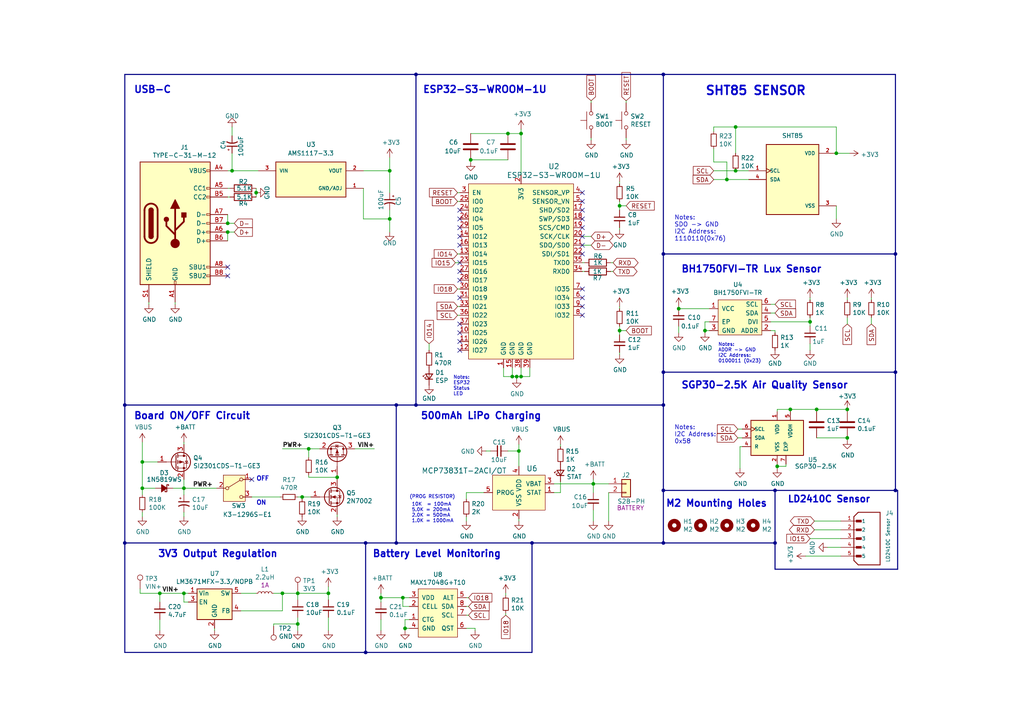
<source format=kicad_sch>
(kicad_sch (version 20250114) (generator "eeschema") (generator_version "9.0")
  (paper "A4")
  (title_block (title "ESP32_BME280_BH1750FVI_SGP30_Board_v1") (date "2025-02-20") (rev "01") (comment 2 "Gideon Maina"))
  (lib_symbols
    (symbol "AMS1117-3.3:AMS1117-3.3" (pin_names (offset 1.016))
      (property "Reference" "U" (at -10.16 5.588 0))
      (property "Value" "AMS1117-3.3" (at -10.16 -8.128 0))
      (symbol "AMS1117-3.3_0_0"
        (pin input line (at -15.24 2.54 0) (length 5.08) (name "VIN") (number "3"))
        (pin output line (at 15.24 2.54 180) (length 5.08) (name "VOUT") (number "2"))
        (pin power_in line (at 15.24 -2.54 180) (length 5.08) (name "GND/ADJ") (number "1"))
      )
    )
    (symbol "B5B-XH-A:B5B-XH-A" (pin_names (offset 1.016))
      (property "Reference" "J" (at -2.54 8.89 0))
      (property "Value" "B5B-XH-A" (at -2.54 -10.16 0))
      (symbol "B5B-XH-A_0_0"
        (pin passive line (at -7.62 5.08 0) (length 5.08) (name "1") (number "1"))
        (pin passive line (at -7.62 2.54 0) (length 5.08) (name "2") (number "2"))
        (pin passive line (at -7.62 0 0) (length 5.08) (name "3") (number "3"))
        (pin passive line (at -7.62 -2.54 0) (length 5.08) (name "4") (number "4"))
        (pin passive line (at -7.62 -5.08 0) (length 5.08) (name "5") (number "5"))
      )
    )
    (symbol "Connector:TestPoint" (pin_numbers (hide yes)) (pin_names (offset 0.762) (hide yes))
      (property "Reference" "TP" (at 0 6.858 0))
      (property "Value" "TestPoint" (at 0 5.08 0))
      (symbol "TestPoint_1_1"
        (pin passive line (at 0 0 90) (length 2.54) (name "1") (number "1"))
      )
    )
    (symbol "Connector_Generic:Conn_01x02" (pin_names (offset 1.016) (hide yes))
      (property "Reference" "J" (at 0 2.54 0))
      (property "Value" "Conn_01x02" (at 0 -5.08 0))
      (symbol "Conn_01x02_1_1"
        (pin passive line (at -5.08 0 0) (length 3.81) (name "Pin_1") (number "1"))
        (pin passive line (at -5.08 -2.54 0) (length 3.81) (name "Pin_2") (number "2"))
      )
    )
    (symbol "Device:C" (pin_numbers (hide yes)) (pin_names (offset 0.254))
      (property "Reference" "C" (at 0.635 2.54 0))
      (property "Value" "C" (at 0.635 -2.54 0))
      (symbol "C_1_1"
        (pin passive line (at 0 3.81 270) (length 2.794) (name "~") (number "1"))
        (pin passive line (at 0 -3.81 90) (length 2.794) (name "~") (number "2"))
      )
    )
    (symbol "Device:C_Small" (pin_numbers (hide yes)) (pin_names (offset 0.254) (hide yes))
      (property "Reference" "C" (at 0.254 1.778 0))
      (property "Value" "C_Small" (at 0.254 -2.032 0))
      (symbol "C_Small_1_1"
        (pin passive line (at 0 2.54 270) (length 2.032) (name "~") (number "1"))
        (pin passive line (at 0 -2.54 90) (length 2.032) (name "~") (number "2"))
      )
    )
    (symbol "Device:LED_Small" (pin_numbers (hide yes)) (pin_names (offset 0.254) (hide yes))
      (property "Reference" "D" (at -1.27 3.175 0))
      (property "Value" "LED_Small" (at -4.445 -2.54 0))
      (symbol "LED_Small_1_1"
        (pin passive line (at -2.54 0 0) (length 1.778) (name "K") (number "1"))
        (pin passive line (at 2.54 0 180) (length 1.778) (name "A") (number "2"))
      )
    )
    (symbol "Device:L_Small" (pin_numbers (hide yes)) (pin_names (offset 0.254) (hide yes))
      (property "Reference" "L" (at 0.762 1.016 0))
      (property "Value" "L_Small" (at 0.762 -1.016 0))
      (symbol "L_Small_1_1"
        (pin passive line (at 0 2.54 270) (length 0.508) (name "~") (number "1"))
        (pin passive line (at 0 -2.54 90) (length 0.508) (name "~") (number "2"))
      )
    )
    (symbol "Device:R" (pin_numbers (hide yes)) (pin_names (offset 0))
      (property "Reference" "R" (at 2.032 0 90))
      (property "Value" "R" (at 0 0 90))
      (symbol "R_1_1"
        (pin passive line (at 0 3.81 270) (length 1.27) (name "~") (number "1"))
        (pin passive line (at 0 -3.81 90) (length 1.27) (name "~") (number "2"))
      )
    )
    (symbol "Device:R_Small" (pin_numbers (hide yes)) (pin_names (offset 0.254) (hide yes))
      (property "Reference" "R" (at 0.762 0.508 0))
      (property "Value" "R_Small" (at 0.762 -1.016 0))
      (symbol "R_Small_1_1"
        (pin passive line (at 0 2.54 270) (length 0.762) (name "~") (number "1"))
        (pin passive line (at 0 -2.54 90) (length 0.762) (name "~") (number "2"))
      )
    )
    (symbol "ESP32_BME280_BH1750FVI_SGP30_Board_v1-rescue:+3V3-power" (power) (pin_names (offset 0))
      (property "Value" "power_+3V3" (at 0 3.556 0))
      (symbol "+3V3-power_1_1"
        (pin power_in line (at 0 0 90) (length 0) (hide yes) (name "+3V3") (number "1"))
      )
    )
    (symbol "ESP32_BME280_BH1750FVI_SGP30_Board_v1-rescue:+BATT-power" (power) (pin_names (offset 0))
      (property "Value" "power_+BATT" (at 0 3.556 0))
      (symbol "+BATT-power_1_1"
        (pin power_in line (at 0 0 90) (length 0) (hide yes) (name "+BATT") (number "1"))
      )
    )
    (symbol "ESP32_BME280_BH1750FVI_SGP30_Board_v1-rescue:BH1750FVI-TR-myLibraries" (pin_names (offset 1.016))
      (property "Reference" "U" (at 0 6.35 0))
      (property "Value" "myLibraries_BH1750FVI-TR" (at 0 -6.35 0))
      (symbol "BH1750FVI-TR-myLibraries_1_1"
        (pin input line (at -8.89 2.54 0) (length 2.54) (name "VCC") (number "1"))
        (pin input line (at -8.89 -1.27 0) (length 2.54) (name "EP") (number "7"))
        (pin input line (at -8.89 -3.81 0) (length 2.54) (name "GND") (number "3"))
        (pin input line (at 8.89 3.81 180) (length 2.54) (name "SCL") (number "6"))
        (pin input line (at 8.89 1.27 180) (length 2.54) (name "SDA") (number "4"))
        (pin input line (at 8.89 -1.27 180) (length 2.54) (name "DVI") (number "5"))
        (pin input line (at 8.89 -3.81 180) (length 2.54) (name "ADDR") (number "2"))
      )
    )
    (symbol "ESP32_BME280_BH1750FVI_SGP30_Board_v1-rescue:CP1_Small-Device" (pin_numbers (hide yes)) (pin_names (offset 0.254) (hide yes))
      (property "Reference" "C" (at 0.254 1.778 0))
      (property "Value" "Device_CP1_Small" (at 0.254 -2.032 0))
      (symbol "CP1_Small-Device_1_1"
        (pin passive line (at 0 2.54 270) (length 2.032) (name "~") (number "1"))
        (pin passive line (at 0 -2.54 90) (length 2.032) (name "~") (number "2"))
      )
    )
    (symbol "ESP32_BME280_BH1750FVI_SGP30_Board_v1-rescue:D_Schottky_Small_ALT-Device" (pin_numbers (hide yes)) (pin_names (offset 0.254) (hide yes))
      (property "Reference" "D" (at -1.27 2.032 0))
      (property "Value" "Device_D_Schottky_Small_ALT" (at -7.112 -2.032 0))
      (symbol "D_Schottky_Small_ALT-Device_1_1"
        (pin passive line (at -2.54 0 0) (length 1.778) (name "K") (number "1"))
        (pin passive line (at 2.54 0 180) (length 1.778) (name "A") (number "2"))
      )
    )
    (symbol "ESP32_BME280_BH1750FVI_SGP30_Board_v1-rescue:ESP32-WROOM-32-dk_RF-Transceiver-Modules" (pin_names (offset 1.016))
      (property "Reference" "MOD" (at -10.16 1.27 0))
      (property "Value" "dk_RF-Transceiver-Modules_ESP32-WROOM-32" (at 5.08 -25.4 90))
      (symbol "ESP32-WROOM-32-dk_RF-Transceiver-Modules_1_1"
        (pin input line (at -12.7 -2.54 0) (length 2.54) (name "EN") (number "3"))
        (pin bidirectional line (at -12.7 -5.08 0) (length 2.54) (name "IO0") (number "25"))
        (pin bidirectional line (at -12.7 -7.62 0) (length 2.54) (name "IO2") (number "24"))
        (pin bidirectional line (at -12.7 -10.16 0) (length 2.54) (name "IO4") (number "26"))
        (pin bidirectional line (at -12.7 -12.7 0) (length 2.54) (name "IO5") (number "29"))
        (pin bidirectional line (at -12.7 -15.24 0) (length 2.54) (name "IO12") (number "14"))
        (pin bidirectional line (at -12.7 -17.78 0) (length 2.54) (name "IO13") (number "16"))
        (pin bidirectional line (at -12.7 -20.32 0) (length 2.54) (name "IO14") (number "13"))
        (pin bidirectional line (at -12.7 -22.86 0) (length 2.54) (name "IO15") (number "23"))
        (pin bidirectional line (at -12.7 -25.4 0) (length 2.54) (name "IO16") (number "27"))
        (pin bidirectional line (at -12.7 -27.94 0) (length 2.54) (name "IO17") (number "28"))
        (pin bidirectional line (at -12.7 -30.48 0) (length 2.54) (name "IO18") (number "30"))
        (pin bidirectional line (at -12.7 -33.02 0) (length 2.54) (name "IO19") (number "31"))
        (pin bidirectional line (at -12.7 -35.56 0) (length 2.54) (name "IO21") (number "33"))
        (pin bidirectional line (at -12.7 -38.1 0) (length 2.54) (name "IO22") (number "36"))
        (pin bidirectional line (at -12.7 -40.64 0) (length 2.54) (name "IO23") (number "37"))
        (pin bidirectional line (at -12.7 -43.18 0) (length 2.54) (name "IO25") (number "10"))
        (pin bidirectional line (at -12.7 -45.72 0) (length 2.54) (name "IO26") (number "11"))
        (pin bidirectional line (at -12.7 -48.26 0) (length 2.54) (name "IO27") (number "12"))
        (pin power_in line (at 0 -53.34 90) (length 2.54) (name "GND") (number "1"))
        (pin power_in line (at 2.54 -53.34 90) (length 2.54) (name "GND") (number "15"))
        (pin power_in line (at 5.08 2.54 270) (length 2.54) (name "3V3") (number "2"))
        (pin power_in line (at 5.08 -53.34 90) (length 2.54) (name "GND") (number "38"))
        (pin power_in line (at 7.62 -53.34 90) (length 2.54) (name "GND") (number "39"))
        (pin no_connect line (at 20.32 -43.18 180) (length 2.54) (hide yes) (name "NC") (number "32"))
        (pin input line (at 22.86 -2.54 180) (length 2.54) (name "SENSOR_VP") (number "4"))
        (pin input line (at 22.86 -5.08 180) (length 2.54) (name "SENSOR_VN") (number "5"))
        (pin bidirectional line (at 22.86 -7.62 180) (length 2.54) (name "SHD/SD2") (number "17"))
        (pin bidirectional line (at 22.86 -10.16 180) (length 2.54) (name "SWP/SD3") (number "18"))
        (pin bidirectional line (at 22.86 -12.7 180) (length 2.54) (name "SCS/CMD") (number "19"))
        (pin bidirectional line (at 22.86 -15.24 180) (length 2.54) (name "SCK/CLK") (number "20"))
        (pin bidirectional line (at 22.86 -17.78 180) (length 2.54) (name "SDO/SD0") (number "21"))
        (pin bidirectional line (at 22.86 -20.32 180) (length 2.54) (name "SDI/SD1") (number "22"))
        (pin bidirectional line (at 22.86 -22.86 180) (length 2.54) (name "TXD0") (number "35"))
        (pin bidirectional line (at 22.86 -25.4 180) (length 2.54) (name "RXD0") (number "34"))
        (pin bidirectional line (at 22.86 -30.48 180) (length 2.54) (name "IO35") (number "7"))
        (pin bidirectional line (at 22.86 -33.02 180) (length 2.54) (name "IO34") (number "6"))
        (pin bidirectional line (at 22.86 -35.56 180) (length 2.54) (name "IO33") (number "9"))
        (pin bidirectional line (at 22.86 -38.1 180) (length 2.54) (name "IO32") (number "8"))
      )
    )
    (symbol "ESP32_BME280_BH1750FVI_SGP30_Board_v1-rescue:GND-power" (power) (pin_names (offset 0))
      (property "Value" "power_GND" (at 0 -3.81 0))
      (symbol "GND-power_1_1"
        (pin power_in line (at 0 0 270) (length 0) (hide yes) (name "GND") (number "1"))
      )
    )
    (symbol "ESP32_BME280_BH1750FVI_SGP30_Board_v1-rescue:MAX17048G-myLibraries" (pin_names (offset 1.016))
      (property "Reference" "U" (at 0 7.62 0))
      (property "Value" "myLibraries_MAX17048G" (at 0 -7.62 0))
      (symbol "MAX17048G-myLibraries_1_1"
        (pin passive line (at -7.62 3.81 0) (length 2.54) (name "VDD") (number "3"))
        (pin passive line (at -7.62 1.27 0) (length 2.54) (name "CELL") (number "2"))
        (pin passive line (at -7.62 -2.54 0) (length 2.54) (name "CTG") (number "1"))
        (pin passive line (at -7.62 -5.08 0) (length 2.54) (name "GND") (number "4"))
        (pin passive line (at -7.62 -5.08 0) (length 2.54) (hide yes) (name "EP") (number "9"))
        (pin passive line (at 8.89 3.81 180) (length 2.54) (name "ALT") (number "5"))
        (pin passive line (at 8.89 1.27 180) (length 2.54) (name "SDA") (number "8"))
        (pin passive line (at 8.89 -1.27 180) (length 2.54) (name "SCL") (number "7"))
        (pin passive line (at 8.89 -5.08 180) (length 2.54) (name "QST") (number "6"))
      )
    )
    (symbol "ESP32_BME280_BH1750FVI_SGP30_Board_v1-rescue:MCP73831T-2ACI_OT-dk_PMIC-Battery-Chargers" (pin_names (offset 1.016))
      (property "Reference" "U" (at -5.08 3.556 0))
      (property "Value" "dk_PMIC-Battery-Chargers_MCP73831T-2ACI_OT" (at 0.254 -8.89 0))
      (symbol "MCP73831T-2ACI_OT-dk_PMIC-Battery-Chargers_1_1"
        (pin input line (at -10.16 -2.54 0) (length 2.54) (name "PROG") (number "5"))
        (pin power_in line (at 0 5.08 270) (length 2.54) (name "VDD") (number "4"))
        (pin power_in line (at 0 -10.16 90) (length 2.54) (name "VSS") (number "2"))
        (pin power_out line (at 10.16 0 180) (length 2.54) (name "VBAT") (number "3"))
        (pin output line (at 10.16 -2.54 180) (length 2.54) (name "STAT") (number "1"))
      )
    )
    (symbol "ESP32_BME280_BH1750FVI_SGP30_Board_v1-rescue:PWR_FLAG-power" (power) (pin_numbers (hide yes)) (pin_names (offset 0) (hide yes))
      (property "Value" "power_PWR_FLAG" (at 0 3.81 0))
      (symbol "PWR_FLAG-power_0_0"
        (pin power_out line (at 0 0 90) (length 0) (name "pwr") (number "1"))
      )
    )
    (symbol "ESP32_BME280_BH1750FVI_SGP30_Board_v1-rescue:SGP30-2.5K-myLibraries" (pin_names (offset 1.016))
      (property "Reference" "U" (at -7.62 7.112 0))
      (property "Value" "myLibraries_SGP30-2.5K" (at -10.16 -7.62 0))
      (symbol "SGP30-2.5K-myLibraries_0_0"
        (pin bidirectional clock (at -10.16 3.81 0) (length 2.54) (name "SCL") (number "6"))
        (pin bidirectional line (at -10.16 1.27 0) (length 2.54) (name "SDA") (number "3"))
        (pin passive line (at -10.16 -1.27 0) (length 2.54) (name "R") (number "4"))
        (pin power_in line (at 0 8.89 270) (length 2.54) (name "VDD") (number "1"))
        (pin power_in line (at 0 -6.35 90) (length 2.54) (name "VSS") (number "2"))
        (pin power_in line (at 2.54 -6.35 90) (length 2.54) (name "EXP") (number "7"))
        (pin power_in line (at 3.81 8.89 270) (length 2.54) (name "VDDH") (number "5"))
      )
    )
    (symbol "ESP32_BME280_BH1750FVI_SGP30_Board_v1-rescue:USB_C_Receptacle_USB2.0-Connector" (pin_names (offset 1.016))
      (property "Reference" "J" (at -10.16 19.05 0))
      (property "Value" "Connector_USB_C_Receptacle_USB2.0" (at 19.05 19.05 0))
      (symbol "USB_C_Receptacle_USB2.0-Connector_1_1"
        (pin passive line (at -7.62 -22.86 90) (length 5.08) (name "SHIELD") (number "S1"))
        (pin passive line (at 0 -22.86 90) (length 5.08) (name "GND") (number "A1"))
        (pin passive line (at 0 -22.86 90) (length 5.08) (hide yes) (name "GND") (number "A12"))
        (pin passive line (at 0 -22.86 90) (length 5.08) (hide yes) (name "GND") (number "B1"))
        (pin passive line (at 0 -22.86 90) (length 5.08) (hide yes) (name "GND") (number "B12"))
        (pin passive line (at 15.24 15.24 180) (length 5.08) (name "VBUS") (number "A4"))
        (pin passive line (at 15.24 15.24 180) (length 5.08) (hide yes) (name "VBUS") (number "A9"))
        (pin passive line (at 15.24 15.24 180) (length 5.08) (hide yes) (name "VBUS") (number "B4"))
        (pin passive line (at 15.24 15.24 180) (length 5.08) (hide yes) (name "VBUS") (number "B9"))
        (pin bidirectional line (at 15.24 10.16 180) (length 5.08) (name "CC1") (number "A5"))
        (pin bidirectional line (at 15.24 7.62 180) (length 5.08) (name "CC2") (number "B5"))
        (pin bidirectional line (at 15.24 2.54 180) (length 5.08) (name "D-") (number "A7"))
        (pin bidirectional line (at 15.24 0 180) (length 5.08) (name "D-") (number "B7"))
        (pin bidirectional line (at 15.24 -2.54 180) (length 5.08) (name "D+") (number "A6"))
        (pin bidirectional line (at 15.24 -5.08 180) (length 5.08) (name "D+") (number "B6"))
        (pin bidirectional line (at 15.24 -12.7 180) (length 5.08) (name "SBU1") (number "A8"))
        (pin bidirectional line (at 15.24 -15.24 180) (length 5.08) (name "SBU2") (number "B8"))
      )
    )
    (symbol "ESP32_BME280_BH1750FVI_SGP30_Board_v1-rescue:VBUS-power" (power) (pin_names (offset 0))
      (property "Value" "power_VBUS" (at 0 3.81 0))
      (symbol "VBUS-power_1_1"
        (pin power_in line (at 0 0 90) (length 0) (hide yes) (name "VBUS") (number "1"))
      )
    )
    (symbol "Mechanical:MountingHole" (pin_names (offset 1.016)) (exclude_from_sim yes) (in_bom no)
      (property "Reference" "H" (at 0 5.08 0))
      (property "Value" "MountingHole" (at 0 3.175 0))
    )
    (symbol "Regulator_Switching:LM3670MF"
      (property "Reference" "U" (at -5.08 5.08 0))
      (property "Value" "LM3670MF" (at 0 5.08 0))
      (symbol "LM3670MF_1_1"
        (pin power_in line (at -7.62 2.54 0) (length 2.54) (name "Vin") (number "1"))
        (pin input line (at -7.62 0 0) (length 2.54) (name "EN") (number "3"))
        (pin power_in line (at 0 -7.62 90) (length 2.54) (name "GND") (number "2"))
        (pin input line (at 7.62 2.54 180) (length 2.54) (name "SW") (number "5"))
        (pin input line (at 7.62 -2.54 180) (length 2.54) (name "FB") (number "4"))
      )
    )
    (symbol "SHT85:SHT85" (pin_names (offset 1.016))
      (property "Reference" "U" (at -7.62 11.43 0))
      (property "Value" "SHT85" (at -7.62 -12.7 0))
      (symbol "SHT85_0_0"
        (pin input clock (at -12.7 2.54 0) (length 5.08) (name "SCL") (number "1"))
        (pin bidirectional line (at -12.7 0 0) (length 5.08) (name "SDA") (number "4"))
        (pin power_in line (at 12.7 7.62 180) (length 5.08) (name "VDD") (number "2"))
        (pin power_in line (at 12.7 -7.62 180) (length 5.08) (name "VSS") (number "3"))
      )
    )
    (symbol "Switch:SW_Push" (pin_numbers (hide yes)) (pin_names (offset 1.016) (hide yes))
      (property "Reference" "SW" (at 1.27 2.54 0))
      (property "Value" "SW_Push" (at 0 -1.524 0))
      (symbol "SW_Push_0_1"
        (pin passive line (at -5.08 0 0) (length 2.54) (name "1") (number "1"))
        (pin passive line (at 5.08 0 180) (length 2.54) (name "2") (number "2"))
      )
    )
    (symbol "Switch:SW_SPDT" (pin_names (offset 0) (hide yes))
      (property "Reference" "SW" (at 0 5.08 0))
      (property "Value" "SW_SPDT" (at 0 -5.08 0))
      (symbol "SW_SPDT_1_1"
        (pin passive line (at -5.08 0 0) (length 2.54) (name "B") (number "2"))
        (pin passive line (at 5.08 2.54 180) (length 2.54) (name "A") (number "1"))
        (pin passive line (at 5.08 -2.54 180) (length 2.54) (name "C") (number "3"))
      )
    )
    (symbol "Transistor_FET:2N7002" (pin_names (hide yes))
      (property "Reference" "Q" (at 5.08 1.905 0))
      (property "Value" "2N7002" (at 5.08 0 0))
      (symbol "2N7002_1_1"
        (pin input line (at -5.08 0 0) (length 2.54) (name "G") (number "1"))
        (pin passive line (at 2.54 5.08 270) (length 2.54) (name "D") (number "3"))
        (pin passive line (at 2.54 -5.08 90) (length 2.54) (name "S") (number "2"))
      )
    )
    (symbol "Transistor_FET:AO3401A" (pin_names (hide yes))
      (property "Reference" "Q" (at 5.08 1.905 0))
      (property "Value" "AO3401A" (at 5.08 0 0))
      (symbol "AO3401A_1_1"
        (pin input line (at -5.08 0 0) (length 2.54) (name "G") (number "1"))
        (pin passive line (at 2.54 5.08 270) (length 2.54) (name "D") (number "3"))
        (pin passive line (at 2.54 -5.08 90) (length 2.54) (name "S") (number "2"))
      )
    )
    (symbol "Transistor_FET:TP0610T" (pin_names (hide yes))
      (property "Reference" "Q" (at 5.08 1.905 0))
      (property "Value" "TP0610T" (at 5.08 0 0))
      (symbol "TP0610T_1_1"
        (pin input line (at -5.08 0 0) (length 2.54) (name "G") (number "1"))
        (pin passive line (at 2.54 5.08 270) (length 2.54) (name "D") (number "3"))
        (pin passive line (at 2.54 -5.08 90) (length 2.54) (name "S") (number "2"))
      )
    )
  )
  (text "SGP30-2.5K Air Quality Sensor" (at 197.485 113.03 0) (effects (font (size 2.0066 2.0066) (thickness 0.4013) (bold yes)) (justify left bottom)))
  (text "10K  = 100mA\n5.0K = 200mA\n2.0K = 500mA\n1.0K = 1000mA" (at 119.38 151.765 0) (effects (font (size 0.9906 0.9906)) (justify left bottom)))
  (text "LD2410C Sensor" (at 228.346 146.05 0) (effects (font (size 1.905 1.905) (thickness 0.4013) (bold yes)) (justify left bottom)))
  (text "ON" (at 74.295 146.685 0) (effects (font (size 1.27 1.27) (thickness 0.254) (bold yes)) (justify left bottom)))
  (text "BH1750FVI-TR Lux Sensor" (at 197.485 79.375 0) (effects (font (size 2.0066 2.0066) (thickness 0.4013) (bold yes)) (justify left bottom)))
  (text "3V3 Output Regulation" (at 45.72 161.925 0) (effects (font (size 2.0066 2.0066) (thickness 0.4013) (bold yes)) (justify left bottom)))
  (text "ESP32-S3-WROOM-1U" (at 122.555 27.305 0) (effects (font (size 2.0066 2.0066) (thickness 0.4013) (bold yes)) (justify left bottom)))
  (text "M2 Mounting Holes" (at 193.04 147.32 0) (effects (font (size 2.0066 2.0066) (thickness 0.4013) (bold yes)) (justify left bottom)))
  (text "OFF" (at 74.295 139.7 0) (effects (font (size 1.27 1.27) (thickness 0.254) (bold yes)) (justify left bottom)))
  (text "(PROG RESISTOR)" (at 118.745 144.78 0) (effects (font (size 0.9906 0.9906)) (justify left bottom)))
  (text "Board ON/OFF Circuit" (at 38.735 121.92 0) (effects (font (size 2.0066 2.0066) (thickness 0.4013) (bold yes)) (justify left bottom)))
  (text "Notes:\nI2C Address:\n0x58\n" (at 195.58 128.905 0) (effects (font (size 1.27 1.27)) (justify left bottom)))
  (text "500mAh LiPo Charging" (at 121.92 121.92 0) (effects (font (size 2.0066 2.0066) (thickness 0.4013) (bold yes)) (justify left bottom)))
  (text "SHT85 SENSOR" (at 204.47 27.94 0) (effects (font (size 2.54 2.54) (thickness 0.508) (bold yes)) (justify left bottom)))
  (text "Notes:\nSDO -> GND\nI2C Address:\n1110110(0x76)" (at 195.58 70.104 0) (effects (font (size 1.27 1.27)) (justify left bottom)))
  (text "Notes:\nESP32\nStatus\nLED" (at 131.445 114.935 0) (effects (font (size 0.9906 0.9906)) (justify left bottom)))
  (text "USB-C " (at 38.735 27.305 0) (effects (font (size 2.0066 2.0066) (thickness 0.4013) (bold yes)) (justify left bottom)))
  (text "Notes:\nADDR -> GND\nI2C Address:\n0100011 (0x23)" (at 208.28 105.41 0) (effects (font (size 0.9906 0.9906)) (justify left bottom)))
  (text "Battery Level Monitoring" (at 107.95 161.925 0) (effects (font (size 2.0066 2.0066) (thickness 0.4013) (bold yes)) (justify left bottom)))
  (junction (at 67.31 49.53))
  (junction (at 172.085 140.335))
  (junction (at 224.79 142.24))
  (junction (at 86.36 172.085))
  (junction (at 113.03 63.5))
  (junction (at 213.36 49.53))
  (junction (at 95.25 172.085))
  (junction (at 97.79 138.43))
  (junction (at 245.745 127))
  (junction (at 224.79 157.48))
  (junction (at 192.405 107.95))
  (junction (at 179.705 95.885))
  (junction (at 234.95 93.345))
  (junction (at 41.275 141.605))
  (junction (at 114.935 117.475))
  (junction (at 114.935 157.48))
  (junction (at 87.63 144.145))
  (junction (at 46.355 172.085))
  (junction (at 229.235 118.745))
  (junction (at 66.04 64.77))
  (junction (at 151.13 38.735))
  (junction (at 259.715 107.95))
  (junction (at 259.715 142.24))
  (junction (at 225.425 135.255))
  (junction (at 259.715 73.66))
  (junction (at 147.32 38.735))
  (junction (at 242.57 44.45))
  (junction (at 110.49 173.355))
  (junction (at 36.195 157.48))
  (junction (at 106.045 189.23))
  (junction (at 151.13 109.22))
  (junction (at 154.305 157.48))
  (junction (at 192.405 21.59))
  (junction (at 117.475 182.245))
  (junction (at 210.82 52.07))
  (junction (at 192.405 73.66))
  (junction (at 213.36 36.83))
  (junction (at 204.47 95.885))
  (junction (at 120.65 117.475))
  (junction (at 236.855 118.745))
  (junction (at 66.04 67.31))
  (junction (at 150.495 130.81))
  (junction (at 86.36 180.975))
  (junction (at 120.65 21.59))
  (junction (at 53.34 141.605))
  (junction (at 113.03 49.53))
  (junction (at 245.745 118.745))
  (junction (at 179.705 59.69))
  (junction (at 192.405 157.48))
  (junction (at 149.86 109.22))
  (junction (at 36.195 117.475))
  (junction (at 81.915 172.085))
  (junction (at 196.85 89.535))
  (junction (at 53.34 172.085))
  (junction (at 136.525 46.355))
  (junction (at 192.405 117.475))
  (junction (at 192.405 142.24))
  (junction (at 89.535 130.175))
  (junction (at 106.045 157.48))
  (junction (at 41.275 133.985))
  (junction (at 74.295 55.88))
  (junction (at 148.59 109.22))
  (junction (at 116.84 173.355))
  (no_connect (at 168.91 86.36))
  (no_connect (at 168.91 71.12))
  (no_connect (at 66.04 80.01))
  (no_connect (at 133.35 93.98))
  (no_connect (at 133.35 81.28))
  (no_connect (at 133.35 99.06))
  (no_connect (at 133.35 71.12))
  (no_connect (at 133.35 101.6))
  (no_connect (at 168.91 73.66))
  (no_connect (at 168.91 66.04))
  (no_connect (at 133.35 63.5))
  (no_connect (at 168.91 60.96))
  (no_connect (at 133.35 86.36))
  (no_connect (at 133.35 66.04))
  (no_connect (at 168.91 88.9))
  (no_connect (at 133.35 60.96))
  (no_connect (at 168.91 68.58))
  (no_connect (at 168.91 83.82))
  (no_connect (at 66.04 77.47))
  (no_connect (at 73.025 139.065))
  (no_connect (at 168.91 63.5))
  (no_connect (at 133.35 96.52))
  (no_connect (at 168.91 58.42))
  (no_connect (at 168.91 91.44))
  (no_connect (at 133.35 76.2))
  (no_connect (at 168.91 55.88))
  (no_connect (at 133.35 78.74))
  (no_connect (at 133.35 68.58))
  (wire (pts (xy 89.535 130.175) (xy 92.71 130.175)))
  (wire (pts (xy 214.63 129.54) (xy 214.63 135.89)))
  (bus (pts (xy 192.405 157.48) (xy 192.405 142.24)))
  (wire (pts (xy 135.255 142.875) (xy 140.335 142.875)))
  (bus (pts (xy 114.935 157.48) (xy 154.305 157.48)))
  (wire (pts (xy 149.86 109.22) (xy 148.59 109.22)))
  (bus (pts (xy 114.935 117.475) (xy 120.65 117.475)))
  (wire (pts (xy 40.64 172.085) (xy 40.64 170.815)))
  (bus (pts (xy 36.195 117.475) (xy 114.935 117.475)))
  (wire (pts (xy 245.745 127.635) (xy 245.745 127)))
  (wire (pts (xy 207.01 43.18) (xy 207.01 46.99)))
  (wire (pts (xy 67.31 49.53) (xy 74.93 49.53)))
  (wire (pts (xy 41.275 149.86) (xy 41.275 148.59)))
  (wire (pts (xy 62.865 141.605) (xy 53.34 141.605)))
  (wire (pts (xy 245.745 93.98) (xy 245.745 92.075)))
  (wire (pts (xy 196.85 89.535) (xy 196.85 88.9)))
  (wire (pts (xy 135.255 144.78) (xy 135.255 142.875)))
  (wire (pts (xy 207.01 36.83) (xy 213.36 36.83)))
  (wire (pts (xy 151.13 38.735) (xy 151.13 50.8)))
  (wire (pts (xy 229.235 119.38) (xy 229.235 118.745)))
  (wire (pts (xy 225.425 119.38) (xy 225.425 118.745)))
  (wire (pts (xy 116.84 173.355) (xy 118.745 173.355)))
  (wire (pts (xy 236.22 153.67) (xy 243.84 153.67)))
  (bus (pts (xy 224.79 165.1) (xy 260.35 165.1)))
  (wire (pts (xy 140.97 130.81) (xy 142.24 130.81)))
  (bus (pts (xy 192.405 107.95) (xy 192.405 117.475)))
  (wire (pts (xy 148.59 106.68) (xy 148.59 109.22)))
  (wire (pts (xy 53.34 141.605) (xy 53.34 143.51)))
  (wire (pts (xy 204.47 95.885) (xy 205.74 95.885)))
  (wire (pts (xy 79.375 180.975) (xy 86.36 180.975)))
  (wire (pts (xy 223.52 88.265) (xy 224.79 88.265)))
  (bus (pts (xy 154.305 157.48) (xy 154.305 189.23)))
  (bus (pts (xy 154.305 157.48) (xy 192.405 157.48)))
  (wire (pts (xy 132.715 73.66) (xy 133.35 73.66)))
  (wire (pts (xy 132.715 91.44) (xy 133.35 91.44)))
  (bus (pts (xy 120.65 21.59) (xy 120.65 117.475)))
  (wire (pts (xy 86.36 182.88) (xy 86.36 180.975)))
  (wire (pts (xy 113.03 63.5) (xy 113.03 67.31)))
  (bus (pts (xy 260.35 165.1) (xy 260.35 142.24)))
  (wire (pts (xy 110.49 173.355) (xy 116.84 173.355)))
  (wire (pts (xy 81.915 172.085) (xy 79.375 172.085)))
  (wire (pts (xy 245.745 86.36) (xy 245.745 86.995)))
  (wire (pts (xy 181.61 29.845) (xy 181.61 29.21)))
  (wire (pts (xy 168.91 76.2) (xy 169.545 76.2)))
  (wire (pts (xy 117.475 182.88) (xy 117.475 182.245)))
  (wire (pts (xy 110.49 173.355) (xy 110.49 172.085)))
  (wire (pts (xy 133.35 58.42) (xy 132.715 58.42)))
  (wire (pts (xy 117.475 182.245) (xy 118.745 182.245)))
  (wire (pts (xy 137.795 182.245) (xy 135.255 182.245)))
  (wire (pts (xy 41.275 128.27) (xy 41.275 133.985)))
  (wire (pts (xy 236.855 127) (xy 245.745 127)))
  (wire (pts (xy 116.84 175.895) (xy 116.84 173.355)))
  (wire (pts (xy 229.235 118.745) (xy 236.855 118.745)))
  (wire (pts (xy 234.95 101.6) (xy 234.95 99.695)))
  (bus (pts (xy 106.045 157.48) (xy 114.935 157.48)))
  (bus (pts (xy 259.715 107.95) (xy 259.715 73.66)))
  (wire (pts (xy 179.705 58.42) (xy 179.705 59.69)))
  (wire (pts (xy 95.25 172.085) (xy 95.25 173.99)))
  (wire (pts (xy 132.715 88.9) (xy 133.35 88.9)))
  (wire (pts (xy 207.01 46.99) (xy 210.82 46.99)))
  (wire (pts (xy 136.525 38.735) (xy 147.32 38.735)))
  (bus (pts (xy 36.195 157.48) (xy 106.045 157.48)))
  (wire (pts (xy 95.25 172.085) (xy 95.25 170.18)))
  (wire (pts (xy 146.05 109.22) (xy 146.05 106.68)))
  (wire (pts (xy 135.255 149.86) (xy 135.255 151.13)))
  (wire (pts (xy 132.715 83.82) (xy 133.35 83.82)))
  (wire (pts (xy 66.04 54.61) (xy 66.675 54.61)))
  (wire (pts (xy 89.535 137.795) (xy 89.535 138.43)))
  (wire (pts (xy 46.355 172.085) (xy 40.64 172.085)))
  (wire (pts (xy 66.04 64.77) (xy 67.945 64.77)))
  (wire (pts (xy 105.41 63.5) (xy 113.03 63.5)))
  (wire (pts (xy 162.56 142.875) (xy 160.655 142.875)))
  (wire (pts (xy 242.57 63.5) (xy 242.57 59.69)))
  (bus (pts (xy 224.79 157.48) (xy 224.79 142.24)))
  (wire (pts (xy 97.79 138.43) (xy 97.79 139.065)))
  (wire (pts (xy 73.025 144.145) (xy 81.28 144.145)))
  (wire (pts (xy 62.23 182.88) (xy 62.23 182.245)))
  (wire (pts (xy 150.495 151.13) (xy 150.495 150.495)))
  (wire (pts (xy 236.855 118.745) (xy 236.855 119.38)))
  (wire (pts (xy 171.45 40.64) (xy 171.45 40.005)))
  (wire (pts (xy 179.705 94.615) (xy 179.705 95.885)))
  (wire (pts (xy 223.52 93.345) (xy 234.95 93.345)))
  (wire (pts (xy 177.8 76.2) (xy 177.165 76.2)))
  (wire (pts (xy 113.03 49.53) (xy 113.03 45.72)))
  (wire (pts (xy 204.47 93.345) (xy 204.47 95.885)))
  (wire (pts (xy 148.59 109.22) (xy 146.05 109.22)))
  (wire (pts (xy 41.275 133.985) (xy 41.275 141.605)))
  (wire (pts (xy 162.56 139.7) (xy 162.56 142.875)))
  (wire (pts (xy 160.655 140.335) (xy 172.085 140.335)))
  (bus (pts (xy 224.79 157.48) (xy 224.79 165.1)))
  (wire (pts (xy 234.95 86.36) (xy 234.95 86.995)))
  (wire (pts (xy 227.965 135.255) (xy 225.425 135.255)))
  (wire (pts (xy 74.295 55.88) (xy 74.295 54.61)))
  (wire (pts (xy 67.31 44.45) (xy 67.31 49.53)))
  (wire (pts (xy 46.355 172.085) (xy 46.355 174.625)))
  (wire (pts (xy 136.525 46.355) (xy 147.32 46.355)))
  (wire (pts (xy 135.89 178.435) (xy 135.255 178.435)))
  (wire (pts (xy 236.22 151.13) (xy 243.84 151.13)))
  (wire (pts (xy 213.36 44.45) (xy 213.36 36.83)))
  (wire (pts (xy 87.63 144.145) (xy 90.17 144.145)))
  (wire (pts (xy 137.795 182.88) (xy 137.795 182.245)))
  (wire (pts (xy 117.475 182.245) (xy 117.475 179.705)))
  (wire (pts (xy 172.085 139.065) (xy 172.085 140.335)))
  (bus (pts (xy 192.405 73.66) (xy 192.405 107.95)))
  (wire (pts (xy 234.95 156.21) (xy 243.84 156.21)))
  (wire (pts (xy 86.36 144.145) (xy 87.63 144.145)))
  (wire (pts (xy 41.275 141.605) (xy 41.275 143.51)))
  (wire (pts (xy 210.82 52.07) (xy 217.17 52.07)))
  (wire (pts (xy 172.085 142.875) (xy 172.085 140.335)))
  (wire (pts (xy 53.34 128.27) (xy 53.34 128.905)))
  (bus (pts (xy 224.79 142.24) (xy 259.715 142.24)))
  (wire (pts (xy 210.82 46.99) (xy 210.82 52.07)))
  (wire (pts (xy 133.35 55.88) (xy 132.715 55.88)))
  (wire (pts (xy 95.25 182.88) (xy 95.25 179.07)))
  (wire (pts (xy 205.74 93.345) (xy 204.47 93.345)))
  (wire (pts (xy 124.46 99.695) (xy 124.46 101.6)))
  (wire (pts (xy 151.13 106.68) (xy 151.13 109.22)))
  (wire (pts (xy 150.495 128.905) (xy 150.495 130.81)))
  (wire (pts (xy 149.86 109.22) (xy 151.13 109.22)))
  (wire (pts (xy 181.61 40.64) (xy 181.61 40.005)))
  (wire (pts (xy 213.995 124.46) (xy 215.265 124.46)))
  (wire (pts (xy 224.79 96.52) (xy 224.79 95.885)))
  (bus (pts (xy 192.405 21.59) (xy 259.715 21.59)))
  (wire (pts (xy 223.52 90.805) (xy 224.79 90.805)))
  (wire (pts (xy 213.995 127) (xy 215.265 127)))
  (wire (pts (xy 172.085 151.13) (xy 172.085 147.955)))
  (wire (pts (xy 86.36 180.975) (xy 86.36 179.07)))
  (wire (pts (xy 234.95 92.075) (xy 234.95 93.345)))
  (wire (pts (xy 66.04 67.31) (xy 67.945 67.31)))
  (wire (pts (xy 207.01 52.07) (xy 210.82 52.07)))
  (wire (pts (xy 227.965 134.62) (xy 227.965 135.255)))
  (wire (pts (xy 172.085 140.335) (xy 176.53 140.335)))
  (wire (pts (xy 252.73 93.98) (xy 252.73 92.075)))
  (wire (pts (xy 179.705 60.96) (xy 179.705 59.69)))
  (wire (pts (xy 86.36 173.99) (xy 86.36 172.085)))
  (wire (pts (xy 179.705 102.235) (xy 179.705 102.87)))
  (wire (pts (xy 81.915 177.165) (xy 81.915 172.085)))
  (wire (pts (xy 41.275 141.605) (xy 45.085 141.605)))
  (wire (pts (xy 242.57 44.45) (xy 246.38 44.45)))
  (bus (pts (xy 106.045 157.48) (xy 106.045 189.23)))
  (wire (pts (xy 233.68 161.29) (xy 243.84 161.29)))
  (wire (pts (xy 177.8 78.74) (xy 177.165 78.74)))
  (wire (pts (xy 53.34 172.085) (xy 46.355 172.085)))
  (wire (pts (xy 67.31 36.83) (xy 67.31 39.37)))
  (wire (pts (xy 179.705 52.705) (xy 179.705 53.34)))
  (wire (pts (xy 213.36 36.83) (xy 242.57 36.83)))
  (wire (pts (xy 150.495 135.255) (xy 150.495 130.81)))
  (wire (pts (xy 113.03 60.96) (xy 113.03 63.5)))
  (wire (pts (xy 89.535 132.715) (xy 89.535 130.175)))
  (bus (pts (xy 36.195 117.475) (xy 36.195 157.48)))
  (wire (pts (xy 132.08 76.2) (xy 133.35 76.2)))
  (wire (pts (xy 150.495 130.81) (xy 147.32 130.81)))
  (bus (pts (xy 106.045 189.23) (xy 154.305 189.23)))
  (bus (pts (xy 259.715 21.59) (xy 259.715 73.66)))
  (wire (pts (xy 66.04 64.77) (xy 66.04 62.23)))
  (wire (pts (xy 153.67 109.22) (xy 153.67 106.68)))
  (wire (pts (xy 86.36 172.085) (xy 95.25 172.085)))
  (wire (pts (xy 179.705 95.885) (xy 181.61 95.885)))
  (wire (pts (xy 105.41 49.53) (xy 113.03 49.53)))
  (wire (pts (xy 66.04 49.53) (xy 67.31 49.53)))
  (wire (pts (xy 53.34 174.625) (xy 53.34 172.085)))
  (wire (pts (xy 213.36 49.53) (xy 217.17 49.53)))
  (wire (pts (xy 234.95 93.345) (xy 234.95 94.615)))
  (wire (pts (xy 79.375 180.975) (xy 79.375 181.61)))
  (wire (pts (xy 168.91 78.74) (xy 169.545 78.74)))
  (wire (pts (xy 146.685 172.085) (xy 146.685 172.72)))
  (wire (pts (xy 97.79 149.225) (xy 97.79 149.86)))
  (wire (pts (xy 146.685 178.435) (xy 146.685 177.8)))
  (wire (pts (xy 69.85 177.165) (xy 81.915 177.165)))
  (wire (pts (xy 69.85 172.085) (xy 74.295 172.085)))
  (wire (pts (xy 179.705 97.155) (xy 179.705 95.885)))
  (bus (pts (xy 36.195 189.23) (xy 106.045 189.23)))
  (wire (pts (xy 214.63 129.54) (xy 215.265 129.54)))
  (bus (pts (xy 259.715 73.66) (xy 192.405 73.66)))
  (wire (pts (xy 135.89 175.895) (xy 135.255 175.895)))
  (wire (pts (xy 168.91 68.58) (xy 171.45 68.58)))
  (wire (pts (xy 118.745 175.895) (xy 116.84 175.895)))
  (wire (pts (xy 196.85 96.52) (xy 196.85 94.615)))
  (wire (pts (xy 151.13 109.22) (xy 153.67 109.22)))
  (wire (pts (xy 242.57 36.83) (xy 242.57 44.45)))
  (bus (pts (xy 192.405 157.48) (xy 224.79 157.48)))
  (wire (pts (xy 252.73 86.36) (xy 252.73 86.995)))
  (wire (pts (xy 207.01 49.53) (xy 213.36 49.53)))
  (wire (pts (xy 86.36 171.45) (xy 86.36 172.085)))
  (wire (pts (xy 171.45 29.845) (xy 171.45 29.21)))
  (bus (pts (xy 259.715 107.95) (xy 259.715 142.24)))
  (bus (pts (xy 192.405 117.475) (xy 192.405 142.24)))
  (wire (pts (xy 117.475 179.705) (xy 118.745 179.705)))
  (wire (pts (xy 46.355 182.88) (xy 46.355 179.705)))
  (wire (pts (xy 53.34 172.085) (xy 54.61 172.085)))
  (wire (pts (xy 136.525 46.99) (xy 136.525 46.355)))
  (wire (pts (xy 110.49 182.88) (xy 110.49 179.705)))
  (wire (pts (xy 149.86 109.855) (xy 149.86 109.22)))
  (bus (pts (xy 120.65 117.475) (xy 192.405 117.475)))
  (wire (pts (xy 147.32 38.735) (xy 151.13 38.735)))
  (wire (pts (xy 54.61 174.625) (xy 53.34 174.625)))
  (wire (pts (xy 179.705 66.04) (xy 179.705 66.675)))
  (bus (pts (xy 192.405 107.95) (xy 259.715 107.95)))
  (wire (pts (xy 229.235 118.745) (xy 225.425 118.745)))
  (wire (pts (xy 74.295 57.15) (xy 74.295 55.88)))
  (wire (pts (xy 245.745 118.745) (xy 245.745 119.38)))
  (wire (pts (xy 81.915 130.175) (xy 89.535 130.175)))
  (wire (pts (xy 135.255 173.355) (xy 135.89 173.355)))
  (wire (pts (xy 176.53 151.13) (xy 176.53 142.875)))
  (wire (pts (xy 168.91 71.12) (xy 171.45 71.12)))
  (wire (pts (xy 113.03 49.53) (xy 113.03 55.88)))
  (wire (pts (xy 236.855 118.745) (xy 245.745 118.745)))
  (wire (pts (xy 97.79 137.795) (xy 97.79 138.43)))
  (wire (pts (xy 196.85 89.535) (xy 205.74 89.535)))
  (wire (pts (xy 223.52 95.885) (xy 224.79 95.885)))
  (wire (pts (xy 81.915 172.085) (xy 86.36 172.085)))
  (wire (pts (xy 240.03 158.75) (xy 243.84 158.75)))
  (wire (pts (xy 179.705 59.69) (xy 181.61 59.69)))
  (wire (pts (xy 87.63 144.78) (xy 87.63 144.145)))
  (wire (pts (xy 53.34 148.59) (xy 53.34 149.86)))
  (wire (pts (xy 105.41 54.61) (xy 105.41 63.5)))
  (wire (pts (xy 53.34 139.065) (xy 53.34 141.605)))
  (wire (pts (xy 179.705 88.9) (xy 179.705 89.535)))
  (wire (pts (xy 207.01 38.1) (xy 207.01 36.83)))
  (wire (pts (xy 102.87 130.175) (xy 108.585 130.175)))
  (wire (pts (xy 43.18 88.265) (xy 43.18 87.63)))
  (wire (pts (xy 162.56 128.905) (xy 162.56 129.54)))
  (bus (pts (xy 120.65 21.59) (xy 36.195 21.59)))
  (bus (pts (xy 192.405 21.59) (xy 192.405 73.66)))
  (wire (pts (xy 50.8 88.265) (xy 50.8 87.63)))
  (wire (pts (xy 66.04 57.15) (xy 66.675 57.15)))
  (wire (pts (xy 151.13 37.465) (xy 151.13 38.735)))
  (wire (pts (xy 225.425 135.89) (xy 225.425 135.255)))
  (bus (pts (xy 36.195 21.59) (xy 36.195 117.475)))
  (wire (pts (xy 66.04 67.31) (xy 66.04 69.85)))
  (bus (pts (xy 120.65 21.59) (xy 192.405 21.59)))
  (wire (pts (xy 225.425 134.62) (xy 225.425 135.255)))
  (bus (pts (xy 259.715 142.24) (xy 260.35 142.24)))
  (bus (pts (xy 36.195 157.48) (xy 36.195 189.23)))
  (wire (pts (xy 97.79 138.43) (xy 89.535 138.43)))
  (wire (pts (xy 110.49 173.355) (xy 110.49 174.625)))
  (bus (pts (xy 114.935 117.475) (xy 114.935 157.48)))
  (bus (pts (xy 192.405 142.24) (xy 224.79 142.24)))
  (wire (pts (xy 41.275 133.985) (xy 45.72 133.985)))
  (wire (pts (xy 204.47 95.885) (xy 204.47 96.52)))
  (wire (pts (xy 50.165 141.605) (xy 53.34 141.605)))
  (label "PWR+" (at 55.88 141.605 0) (effects (font (thickness 0.254) (bold yes))))
  (label "VIN+" (at 322.58 38.735 90) (effects (font (thickness 0.254) (bold yes))))
  (label "VIN+" (at 46.99 172.085 0) (effects (font (thickness 0.254) (bold yes))))
  (label "VIN+" (at 108.585 130.175 180) (effects (font (thickness 0.254) (bold yes))))
  (label "PWR+" (at 81.915 130.175 0) (effects (font (thickness 0.254) (bold yes))))
  (global_label "RXD" (shape bidirectional) (at 177.8 76.2 0) (property "Intersheetrefs" "${INTERSHEET_REFS}" (effects (hide yes))))
  (global_label "SDA" (shape input) (at 224.79 90.805 0) (property "Intersheetrefs" "${INTERSHEET_REFS}" (effects (hide yes))))
  (global_label "RESET" (shape input) (at 132.715 55.88 180) (property "Intersheetrefs" "${INTERSHEET_REFS}" (effects (hide yes))))
  (global_label "SDA" (shape input) (at 132.715 88.9 180) (property "Intersheetrefs" "${INTERSHEET_REFS}" (effects (hide yes))))
  (global_label "TXD" (shape bidirectional) (at 177.8 78.74 0) (property "Intersheetrefs" "${INTERSHEET_REFS}" (effects (hide yes))))
  (global_label "IO15" (shape input) (at 234.95 156.21 180) (property "Intersheetrefs" "${INTERSHEET_REFS}" (effects (hide yes))))
  (global_label "IO14" (shape input) (at 124.46 99.695 90) (property "Intersheetrefs" "${INTERSHEET_REFS}" (effects (hide yes))))
  (global_label "BOOT" (shape input) (at 181.61 95.885 0) (property "Intersheetrefs" "${INTERSHEET_REFS}" (effects (hide yes))))
  (global_label "SCL" (shape input) (at 207.01 49.53 180) (property "Intersheetrefs" "${INTERSHEET_REFS}" (effects (hide yes))))
  (global_label "RESET" (shape input) (at 181.61 59.69 0) (property "Intersheetrefs" "${INTERSHEET_REFS}" (effects (hide yes))))
  (global_label "SDA" (shape input) (at 213.995 127 180) (property "Intersheetrefs" "${INTERSHEET_REFS}" (effects (hide yes))))
  (global_label "SDA" (shape input) (at 135.89 175.895 0) (property "Intersheetrefs" "${INTERSHEET_REFS}" (effects (hide yes))))
  (global_label "BOOT" (shape input) (at 171.45 29.21 90) (property "Intersheetrefs" "${INTERSHEET_REFS}" (effects (hide yes))))
  (global_label "SCL" (shape input) (at 224.79 88.265 0) (property "Intersheetrefs" "${INTERSHEET_REFS}" (effects (hide yes))))
  (global_label "D+" (shape input) (at 67.945 67.31 0) (property "Intersheetrefs" "${INTERSHEET_REFS}" (effects (hide yes))))
  (global_label "TXD" (shape bidirectional) (at 236.22 151.13 180) (property "Intersheetrefs" "${INTERSHEET_REFS}" (effects (hide yes))))
  (global_label "RXD" (shape bidirectional) (at 236.22 153.67 180) (property "Intersheetrefs" "${INTERSHEET_REFS}" (effects (hide yes))))
  (global_label "SCL" (shape input) (at 135.89 178.435 0) (property "Intersheetrefs" "${INTERSHEET_REFS}" (effects (hide yes))))
  (global_label "BOOT" (shape input) (at 132.715 58.42 180) (property "Intersheetrefs" "${INTERSHEET_REFS}" (effects (hide yes))))
  (global_label "IO18" (shape input) (at 146.685 178.435 270) (property "Intersheetrefs" "${INTERSHEET_REFS}" (effects (hide yes))))
  (global_label "SCL" (shape input) (at 213.995 124.46 180) (property "Intersheetrefs" "${INTERSHEET_REFS}" (effects (hide yes))))
  (global_label "SCL" (shape input) (at 245.745 93.98 270) (property "Intersheetrefs" "${INTERSHEET_REFS}" (effects (hide yes))))
  (global_label "IO18" (shape input) (at 132.715 83.82 180) (property "Intersheetrefs" "${INTERSHEET_REFS}" (effects (hide yes))))
  (global_label "IO15" (shape input) (at 132.08 76.2 180) (property "Intersheetrefs" "${INTERSHEET_REFS}" (effects (hide yes))))
  (global_label "D-" (shape input) (at 67.945 64.77 0) (property "Intersheetrefs" "${INTERSHEET_REFS}" (effects (hide yes))))
  (global_label "IO18" (shape input) (at 135.89 173.355 0) (property "Intersheetrefs" "${INTERSHEET_REFS}" (effects (hide yes))))
  (global_label "RESET" (shape input) (at 181.61 29.21 90) (property "Intersheetrefs" "${INTERSHEET_REFS}" (effects (hide yes))))
  (global_label "D-" (shape bidirectional) (at 171.45 71.12 0) (property "Intersheetrefs" "${INTERSHEET_REFS}" (effects (hide yes))))
  (global_label "SCL" (shape input) (at 132.715 91.44 180) (property "Intersheetrefs" "${INTERSHEET_REFS}" (effects (hide yes))))
  (global_label "SDA" (shape input) (at 252.73 93.98 270) (property "Intersheetrefs" "${INTERSHEET_REFS}" (effects (hide yes))))
  (global_label "D+" (shape bidirectional) (at 171.45 68.58 0) (property "Intersheetrefs" "${INTERSHEET_REFS}" (effects (hide yes))))
  (global_label "IO14" (shape input) (at 132.715 73.66 180) (property "Intersheetrefs" "${INTERSHEET_REFS}" (effects (hide yes))))
  (global_label "SDA" (shape input) (at 207.01 52.07 180) (property "Intersheetrefs" "${INTERSHEET_REFS}" (effects (hide yes))))
  (symbol (lib_id "ESP32_BME280_BH1750FVI_SGP30_Board_v1-rescue:USB_C_Receptacle_USB2.0-Connector") (at 50.8 64.77 0) (unit 1)
    (property "Reference" "J1" (at 53.5178 42.7482 0))
    (property "Value" "TYPE-C-31-M-12" (at 53.5178 45.0596 0))
    (property "Footprint" "myFootprints:USB_C_Receptacle_HRO_TYPE-C-31-M-12" (effects (hide yes)))
    (property "Datasheet" "https://www.usb.org/sites/default/files/documents/usb_type-c.zip" (effects (hide yes)))
  )
  (symbol (lib_id "ESP32_BME280_BH1750FVI_SGP30_Board_v1-rescue:+3V3-power") (at 151.13 37.465 0) (unit 1)
    (property "Reference" "#PWR03" (effects (hide yes)))
    (property "Value" "+3V3" (at 151.511 33.0708 0))
  )
  (symbol (lib_id "ESP32_BME280_BH1750FVI_SGP30_Board_v1-rescue:GND-power") (at 74.295 55.88 90) (unit 1)
    (property "Reference" "#PWR013" (effects (hide yes)))
    (property "Value" "GND" (at 77.47 55.88 0))
  )
  (symbol (lib_id "ESP32_BME280_BH1750FVI_SGP30_Board_v1-rescue:GND-power") (at 43.18 88.265 0) (unit 1)
    (property "Reference" "#PWR021" (effects (hide yes)))
    (property "Value" "GND" (at 43.307 92.6592 0))
  )
  (symbol (lib_id "ESP32_BME280_BH1750FVI_SGP30_Board_v1-rescue:GND-power") (at 67.31 36.83 180) (unit 1)
    (property "Reference" "#PWR04" (effects (hide yes)))
    (property "Value" "GND" (at 67.31 33.655 0))
  )
  (symbol (lib_id "ESP32_BME280_BH1750FVI_SGP30_Board_v1-rescue:BH1750FVI-TR-myLibraries") (at 214.63 92.075 0) (unit 1)
    (property "Reference" "U4" (at 213.995 82.55 0))
    (property "Value" "BH1750FVI-TR" (at 213.995 84.8614 0))
    (property "Footprint" "myFootprints:BH1750FVI-TR" (effects (hide yes)))
  )
  (symbol (lib_id "ESP32_BME280_BH1750FVI_SGP30_Board_v1-rescue:GND-power") (at 204.47 96.52 0) (unit 1)
    (property "Reference" "#PWR029" (effects (hide yes)))
    (property "Value" "GND" (at 204.597 100.9142 0))
  )
  (symbol (lib_id "Device:C_Small") (at 196.85 92.075 0) (unit 1)
    (property "Reference" "C10" (at 199.39 92.075 0) (effects (justify left)))
    (property "Value" "0.1uF" (at 197.485 94.615 0) (effects (justify left)))
    (property "Footprint" "Capacitor_SMD:C_0402_1005Metric" (effects (hide yes)))
  )
  (symbol (lib_id "ESP32_BME280_BH1750FVI_SGP30_Board_v1-rescue:GND-power") (at 196.85 96.52 0) (unit 1)
    (property "Reference" "#PWR028" (effects (hide yes)))
    (property "Value" "GND" (at 196.977 100.9142 0))
  )
  (symbol (lib_id "ESP32_BME280_BH1750FVI_SGP30_Board_v1-rescue:+3V3-power") (at 196.85 88.9 0) (unit 1)
    (property "Reference" "#PWR027" (effects (hide yes)))
    (property "Value" "+3V3" (at 197.231 84.5058 0))
  )
  (symbol (lib_id "ESP32_BME280_BH1750FVI_SGP30_Board_v1-rescue:GND-power") (at 224.79 101.6 0) (unit 1)
    (property "Reference" "#PWR030" (effects (hide yes)))
    (property "Value" "GND" (at 224.79 105.41 0))
  )
  (symbol (lib_id "Device:R_Small") (at 224.79 99.06 0) (unit 1)
    (property "Reference" "R13" (at 226.2886 97.8916 0) (effects (justify left)))
    (property "Value" "1K" (at 226.2886 100.203 0) (effects (justify left)))
    (property "Footprint" "Resistor_SMD:R_0402_1005Metric" (effects (hide yes)))
  )
  (symbol (lib_id "ESP32_BME280_BH1750FVI_SGP30_Board_v1-rescue:SGP30-2.5K-myLibraries") (at 225.425 128.27 0) (unit 1)
    (property "Reference" "U5" (at 234.315 133.35 0) (effects (justify left)))
    (property "Value" "SGP30-2.5K" (at 230.505 135.255 0) (effects (justify left)))
    (property "Footprint" "myFootprints:SGP40-D-R4" (effects (hide yes)))
  )
  (symbol (lib_id "ESP32_BME280_BH1750FVI_SGP30_Board_v1-rescue:+3V3-power") (at 245.745 118.745 0) (unit 1)
    (property "Reference" "#PWR035" (effects (hide yes)))
    (property "Value" "+3V3" (at 245.745 114.935 0))
  )
  (symbol (lib_id "Device:C") (at 245.745 123.19 0) (unit 1)
    (property "Reference" "C14" (at 248.666 122.0216 0) (effects (justify left)))
    (property "Value" "0.1uF" (at 248.666 124.333 0) (effects (justify left)))
    (property "Footprint" "Capacitor_SMD:C_0402_1005Metric" (effects (hide yes)))
  )
  (symbol (lib_id "ESP32_BME280_BH1750FVI_SGP30_Board_v1-rescue:GND-power") (at 245.745 127.635 0) (unit 1)
    (property "Reference" "#PWR036" (effects (hide yes)))
    (property "Value" "GND" (at 245.872 132.0292 0))
  )
  (symbol (lib_id "ESP32_BME280_BH1750FVI_SGP30_Board_v1-rescue:GND-power") (at 171.45 40.64 0) (unit 1)
    (property "Reference" "#PWR09" (effects (hide yes)))
    (property "Value" "GND" (at 171.577 45.0342 0))
  )
  (symbol (lib_id "Switch:SW_Push") (at 171.45 34.925 90) (unit 1)
    (property "Reference" "SW1" (at 172.6692 33.7566 90) (effects (justify right)))
    (property "Value" "BOOT" (at 172.6692 36.068 90) (effects (justify right)))
    (property "Footprint" "myFootprints:SW_SPST_SKQG_WithoutStem" (effects (hide yes)))
  )
  (symbol (lib_id "ESP32_BME280_BH1750FVI_SGP30_Board_v1-rescue:GND-power") (at 53.34 149.86 0) (unit 1)
    (property "Reference" "#PWR046" (effects (hide yes)))
    (property "Value" "GND" (at 53.467 154.2542 0))
  )
  (symbol (lib_id "ESP32_BME280_BH1750FVI_SGP30_Board_v1-rescue:VBUS-power") (at 41.275 128.27 0) (unit 1)
    (property "Reference" "#PWR037" (effects (hide yes)))
    (property "Value" "VBUS" (at 41.656 123.8758 0))
  )
  (symbol (lib_id "Device:R_Small") (at 41.275 146.05 0) (unit 1)
    (property "Reference" "R18" (at 43.053 144.8816 0) (effects (justify left)))
    (property "Value" "100K" (at 43.053 147.193 0) (effects (justify left)))
    (property "Footprint" "Resistor_SMD:R_0402_1005Metric" (effects (hide yes)))
  )
  (symbol (lib_id "ESP32_BME280_BH1750FVI_SGP30_Board_v1-rescue:GND-power") (at 41.275 149.86 0) (unit 1)
    (property "Reference" "#PWR045" (effects (hide yes)))
    (property "Value" "GND" (at 41.402 154.2542 0))
  )
  (symbol (lib_id "Transistor_FET:AO3401A") (at 50.8 133.985 0) (unit 1)
    (property "Reference" "Q4" (at 56.007 132.8166 0) (effects (justify left)))
    (property "Value" "SI2301CDS-T1-GE3" (at 56.007 135.128 0) (effects (justify left)))
    (property "Footprint" "Package_TO_SOT_SMD:SOT-23" (effects (hide yes)))
    (property "Datasheet" "http://www.aosmd.com/pdfs/datasheet/AO3401A.pdf" (effects (hide yes)))
  )
  (symbol (lib_id "ESP32_BME280_BH1750FVI_SGP30_Board_v1-rescue:+BATT-power") (at 53.34 128.27 0) (unit 1)
    (property "Reference" "#PWR038" (effects (hide yes)))
    (property "Value" "+BATT" (at 53.721 123.8758 0))
  )
  (symbol (lib_id "Device:R_Small") (at 234.95 89.535 0) (unit 1)
    (property "Reference" "R8" (at 236.4486 88.3666 0) (effects (justify left)))
    (property "Value" "1K" (at 236.4486 90.678 0) (effects (justify left)))
    (property "Footprint" "Resistor_SMD:R_0402_1005Metric" (effects (hide yes)))
  )
  (symbol (lib_id "Device:C_Small") (at 234.95 97.155 0) (unit 1)
    (property "Reference" "C11" (at 236.22 95.25 0) (effects (justify left)))
    (property "Value" "1uF" (at 235.585 99.06 0) (effects (justify left)))
    (property "Footprint" "Capacitor_SMD:C_0402_1005Metric" (effects (hide yes)))
  )
  (symbol (lib_id "ESP32_BME280_BH1750FVI_SGP30_Board_v1-rescue:GND-power") (at 234.95 101.6 0) (unit 1)
    (property "Reference" "#PWR031" (effects (hide yes)))
    (property "Value" "GND" (at 234.95 105.41 0))
  )
  (symbol (lib_id "ESP32_BME280_BH1750FVI_SGP30_Board_v1-rescue:+3V3-power") (at 234.95 86.36 0) (unit 1)
    (property "Reference" "#PWR023" (effects (hide yes)))
    (property "Value" "+3V3" (at 235.331 81.9658 0))
  )
  (symbol (lib_id "Device:C") (at 236.855 123.19 0) (unit 1)
    (property "Reference" "C13" (at 239.776 122.0216 0) (effects (justify left)))
    (property "Value" "1uF" (at 239.776 124.333 0) (effects (justify left)))
    (property "Footprint" "Capacitor_SMD:C_0402_1005Metric" (effects (hide yes)))
  )
  (symbol (lib_id "Device:R_Small") (at 124.46 104.14 0) (unit 1)
    (property "Reference" "R1" (at 125.9586 102.9716 0) (effects (justify left)))
    (property "Value" "470R" (at 125.9586 105.283 0) (effects (justify left)))
    (property "Footprint" "Resistor_SMD:R_0402_1005Metric" (effects (hide yes)))
  )
  (symbol (lib_id "ESP32_BME280_BH1750FVI_SGP30_Board_v1-rescue:GND-power") (at 124.46 111.76 0) (unit 1)
    (property "Reference" "#PWR08" (effects (hide yes)))
    (property "Value" "GND" (at 124.46 115.57 0))
  )
  (symbol (lib_id "ESP32_BME280_BH1750FVI_SGP30_Board_v1-rescue:GND-power") (at 242.57 63.5 0) (unit 1)
    (property "Reference" "#PWR019" (effects (hide yes)))
    (property "Value" "GND" (at 242.697 67.8942 0))
  )
  (symbol (lib_id "ESP32_BME280_BH1750FVI_SGP30_Board_v1-rescue:+3V3-power") (at 246.38 44.45 270) (unit 1)
    (property "Reference" "#PWR016" (effects (hide yes)))
    (property "Value" "+3V3" (at 249.6312 44.831 90) (effects (justify left)))
  )
  (symbol (lib_id "Device:R_Small") (at 245.745 89.535 0) (unit 1)
    (property "Reference" "R9" (at 247.2436 88.3666 0) (effects (justify left)))
    (property "Value" "10K" (at 247.2436 90.678 0) (effects (justify left)))
    (property "Footprint" "Resistor_SMD:R_0402_1005Metric" (effects (hide yes)))
  )
  (symbol (lib_id "Device:R_Small") (at 252.73 89.535 0) (unit 1)
    (property "Reference" "R10" (at 254.2286 88.3666 0) (effects (justify left)))
    (property "Value" "10K" (at 254.2286 90.678 0) (effects (justify left)))
    (property "Footprint" "Resistor_SMD:R_0402_1005Metric" (effects (hide yes)))
  )
  (symbol (lib_id "ESP32_BME280_BH1750FVI_SGP30_Board_v1-rescue:+3V3-power") (at 245.745 86.36 0) (unit 1)
    (property "Reference" "#PWR024" (effects (hide yes)))
    (property "Value" "+3V3" (at 246.126 81.9658 0))
  )
  (symbol (lib_id "ESP32_BME280_BH1750FVI_SGP30_Board_v1-rescue:+3V3-power") (at 252.73 86.36 0) (unit 1)
    (property "Reference" "#PWR025" (effects (hide yes)))
    (property "Value" "+3V3" (at 253.111 81.9658 0))
  )
  (symbol (lib_id "ESP32_BME280_BH1750FVI_SGP30_Board_v1-rescue:GND-power") (at 110.49 182.88 0) (unit 1)
    (property "Reference" "#PWR060" (effects (hide yes)))
    (property "Value" "GND" (at 110.617 187.2742 0))
  )
  (symbol (lib_id "ESP32_BME280_BH1750FVI_SGP30_Board_v1-rescue:GND-power") (at 117.475 182.88 0) (unit 1)
    (property "Reference" "#PWR061" (effects (hide yes)))
    (property "Value" "GND" (at 117.602 187.2742 0))
  )
  (symbol (lib_id "ESP32_BME280_BH1750FVI_SGP30_Board_v1-rescue:GND-power") (at 137.795 182.88 0) (unit 1)
    (property "Reference" "#PWR062" (effects (hide yes)))
    (property "Value" "GND" (at 137.922 187.2742 0))
  )
  (symbol (lib_id "Device:R_Small") (at 146.685 175.26 0) (unit 1)
    (property "Reference" "R21" (at 148.1836 174.0916 0) (effects (justify left)))
    (property "Value" "10K" (at 148.1836 176.403 0) (effects (justify left)))
    (property "Footprint" "Resistor_SMD:R_0402_1005Metric" (effects (hide yes)))
  )
  (symbol (lib_id "ESP32_BME280_BH1750FVI_SGP30_Board_v1-rescue:+3V3-power") (at 146.685 172.085 0) (unit 1)
    (property "Reference" "#PWR055" (effects (hide yes)))
    (property "Value" "+3V3" (at 147.066 167.6908 0))
  )
  (symbol (lib_id "ESP32_BME280_BH1750FVI_SGP30_Board_v1-rescue:+3V3-power") (at 179.705 52.705 0) (unit 1)
    (property "Reference" "#PWR014" (effects (hide yes)))
    (property "Value" "+3V3" (at 180.086 48.3108 0))
  )
  (symbol (lib_id "Device:C") (at 136.525 42.545 0) (unit 1)
    (property "Reference" "C6" (at 130.175 41.275 0) (effects (justify left)))
    (property "Value" "10uF" (at 128.905 43.815 0) (effects (justify left)))
    (property "Footprint" "Capacitor_SMD:C_0402_1005Metric" (effects (hide yes)))
  )
  (symbol (lib_id "Device:C") (at 147.32 42.545 0) (unit 1)
    (property "Reference" "C7" (at 140.97 41.275 0) (effects (justify left)))
    (property "Value" "0.1uF" (at 139.065 43.815 0) (effects (justify left)))
    (property "Footprint" "Capacitor_SMD:C_0402_1005Metric" (effects (hide yes)))
  )
  (symbol (lib_id "ESP32_BME280_BH1750FVI_SGP30_Board_v1-rescue:GND-power") (at 179.705 66.675 0) (unit 1)
    (property "Reference" "#PWR018" (effects (hide yes)))
    (property "Value" "GND" (at 179.832 71.0692 0))
  )
  (symbol (lib_id "ESP32_BME280_BH1750FVI_SGP30_Board_v1-rescue:GND-power") (at 149.86 109.855 0) (unit 1)
    (property "Reference" "#PWR034" (effects (hide yes)))
    (property "Value" "GND" (at 149.987 114.2492 0))
  )
  (symbol (lib_id "ESP32_BME280_BH1750FVI_SGP30_Board_v1-rescue:GND-power") (at 136.525 46.99 0) (unit 1)
    (property "Reference" "#PWR012" (effects (hide yes)))
    (property "Value" "GND" (at 136.652 51.3842 0))
  )
  (symbol (lib_id "Device:R") (at 173.355 76.2 90) (unit 1)
    (property "Reference" "R6" (at 172.085 74.295 90) (effects (justify right)))
    (property "Value" "1K" (at 172.085 76.2 90) (effects (justify right)))
    (property "Footprint" "Resistor_SMD:R_0402_1005Metric" (effects (hide yes)))
  )
  (symbol (lib_id "Device:R") (at 173.355 78.74 270) (unit 1)
    (property "Reference" "R7" (at 174.625 80.645 90) (effects (justify right)))
    (property "Value" "1K" (at 174.625 78.74 90) (effects (justify right)))
    (property "Footprint" "Resistor_SMD:R_0402_1005Metric" (effects (hide yes)))
  )
  (symbol (lib_id "Device:LED_Small") (at 124.46 109.22 90) (unit 1)
    (property "Reference" "D1" (at 126.238 108.0516 90) (effects (justify right)))
    (property "Value" "ESP" (at 126.238 110.363 90) (effects (justify right)))
    (property "Footprint" "LED_SMD:LED_0603_1608Metric" (effects (hide yes)))
  )
  (symbol (lib_id "Switch:SW_SPDT") (at 67.945 141.605 0) (unit 1)
    (property "Reference" "SW3" (at 69.215 146.685 0))
    (property "Value" "K3-1296S-E1" (at 71.755 149.225 0))
    (property "Footprint" "myFootprints:Slide_switch_K3-1296S-E1" (effects (hide yes)))
  )
  (symbol (lib_id "ESP32_BME280_BH1750FVI_SGP30_Board_v1-rescue:CP1_Small-Device") (at 53.34 146.05 0) (unit 1)
    (property "Reference" "C17" (at 55.6514 144.8816 0) (effects (justify left)))
    (property "Value" "10uF" (at 55.6514 147.193 0) (effects (justify left)))
    (property "Footprint" "Capacitor_Tantalum_SMD:CP_EIA-3216-18_Kemet-A" (effects (hide yes)))
  )
  (symbol (lib_id "Regulator_Switching:LM3670MF") (at 62.23 174.625 0) (unit 1)
    (property "Reference" "U7" (at 62.23 166.37 0))
    (property "Value" "LM3671MFX-3.3/NOPB" (at 62.23 168.6814 0))
    (property "Footprint" "Package_TO_SOT_SMD:TSOT-23-5" (effects (hide yes)))
    (property "Datasheet" "http://www.ti.com/lit/ds/symlink/lm3670.pdf" (effects (hide yes)))
  )
  (symbol (lib_id "Device:C_Small") (at 46.355 177.165 0) (unit 1)
    (property "Reference" "C20" (at 48.6918 175.9966 0) (effects (justify left)))
    (property "Value" "4.7uF" (at 48.6918 178.308 0) (effects (justify left)))
    (property "Footprint" "Capacitor_SMD:C_0402_1005Metric" (effects (hide yes)))
  )
  (symbol (lib_id "ESP32_BME280_BH1750FVI_SGP30_Board_v1-rescue:GND-power") (at 62.23 182.88 0) (unit 1)
    (property "Reference" "#PWR057" (effects (hide yes)))
    (property "Value" "GND" (at 62.357 187.2742 0))
  )
  (symbol (lib_id "ESP32_BME280_BH1750FVI_SGP30_Board_v1-rescue:GND-power") (at 46.355 182.88 0) (unit 1)
    (property "Reference" "#PWR056" (effects (hide yes)))
    (property "Value" "GND" (at 46.482 187.2742 0))
  )
  (symbol (lib_id "Device:L_Small") (at 76.835 172.085 90) (unit 1)
    (property "Reference" "L1" (at 76.835 165.1 90))
    (property "Value" "2.2uH" (at 76.835 167.4114 90))
    (property "Footprint" "Inductor_SMD:L_0805_2012Metric" (effects (hide yes)))
    (property "Datasheet" "1A" (at 76.835 169.7228 90))
  )
  (symbol (lib_id "Connector_Generic:Conn_01x02") (at 181.61 140.335 0) (unit 1)
    (property "Reference" "J2" (at 180.34 137.795 0) (effects (justify left)))
    (property "Value" "S2B-PH" (at 179.07 145.415 0) (effects (justify left)))
    (property "Footprint" "myFootprints:JST_PH_S2B-PH-SM4-TB_1x02-1MP_P2.00mm_Horizontal" (effects (hide yes)))
    (property "Datasheet" "BATTERY" (at 182.88 147.32 0))
  )
  (symbol (lib_id "ESP32_BME280_BH1750FVI_SGP30_Board_v1-rescue:MCP73831T-2ACI_OT-dk_PMIC-Battery-Chargers") (at 150.495 140.335 0) (unit 1)
    (property "Reference" "U6" (at 154.305 135.89 0) (effects (font (size 1.524 1.524))))
    (property "Value" "MCP73831T-2ACI/OT" (at 134.62 136.525 0) (effects (font (size 1.524 1.524))))
    (property "Footprint" "Package_TO_SOT_SMD:SOT-23-5" (effects (hide yes)))
    (property "Datasheet" "http://ww1.microchip.com/downloads/en/DeviceDoc/20001984g.pdf" (effects (hide yes)))
    (property "Digi-Key_PN" "MCP73831T-2ACI/OTCT-ND" (effects (hide yes)))
    (property "MPN" "MCP73831T-2ACI/OT" (effects (hide yes)))
    (property "Category" "Integrated Circuits (ICs)" (effects (hide yes)))
    (property "Family" "PMIC - Battery Chargers" (effects (hide yes)))
    (property "DK_Datasheet_Link" "http://ww1.microchip.com/downloads/en/DeviceDoc/20001984g.pdf" (effects (hide yes)))
    (property "DK_Detail_Page" "/product-detail/en/microchip-technology/MCP73831T-2ACI-OT/MCP73831T-2ACI-OTCT-ND/1979802" (effects (hide yes)))
    (property "Description" "IC CONTROLLR LI-ION 4.2V SOT23-5" (effects (hide yes)))
    (property "Manufacturer" "Microchip Technology" (effects (hide yes)))
    (property "Status" "Active" (effects (hide yes)))
  )
  (symbol (lib_id "ESP32_BME280_BH1750FVI_SGP30_Board_v1-rescue:GND-power") (at 150.495 151.13 0) (unit 1)
    (property "Reference" "#PWR050" (effects (hide yes)))
    (property "Value" "GND" (at 150.622 155.5242 0))
  )
  (symbol (lib_id "ESP32_BME280_BH1750FVI_SGP30_Board_v1-rescue:GND-power") (at 140.97 130.81 270) (unit 1)
    (property "Reference" "#PWR041" (effects (hide yes)))
    (property "Value" "GND" (at 137.7188 130.937 90) (effects (justify right)))
  )
  (symbol (lib_id "ESP32_BME280_BH1750FVI_SGP30_Board_v1-rescue:GND-power") (at 135.255 151.13 0) (unit 1)
    (property "Reference" "#PWR049" (effects (hide yes)))
    (property "Value" "GND" (at 135.382 155.5242 0))
  )
  (symbol (lib_id "ESP32_BME280_BH1750FVI_SGP30_Board_v1-rescue:GND-power") (at 172.085 151.13 0) (unit 1)
    (property "Reference" "#PWR051" (effects (hide yes)))
    (property "Value" "GND" (at 172.212 155.5242 0))
  )
  (symbol (lib_id "ESP32_BME280_BH1750FVI_SGP30_Board_v1-rescue:GND-power") (at 176.53 151.13 0) (unit 1)
    (property "Reference" "#PWR052" (effects (hide yes)))
    (property "Value" "GND" (at 176.657 155.5242 0))
  )
  (symbol (lib_id "ESP32_BME280_BH1750FVI_SGP30_Board_v1-rescue:VBUS-power") (at 150.495 128.905 0) (unit 1)
    (property "Reference" "#PWR039" (effects (hide yes)))
    (property "Value" "VBUS" (at 150.876 124.5108 0))
  )
  (symbol (lib_id "Device:C_Small") (at 86.36 176.53 0) (unit 1)
    (property "Reference" "C18" (at 88.6968 175.3616 0) (effects (justify left)))
    (property "Value" "10uF" (at 88.6968 177.673 0) (effects (justify left)))
    (property "Footprint" "Capacitor_SMD:C_0402_1005Metric" (effects (hide yes)))
  )
  (symbol (lib_id "Device:C_Small") (at 95.25 176.53 0) (unit 1)
    (property "Reference" "C19" (at 97.5868 175.3616 0) (effects (justify left)))
    (property "Value" "0.1uF" (at 97.5868 177.673 0) (effects (justify left)))
    (property "Footprint" "Capacitor_SMD:C_0402_1005Metric" (effects (hide yes)))
  )
  (symbol (lib_id "Device:C_Small") (at 144.78 130.81 270) (unit 1)
    (property "Reference" "C15" (at 144.78 128.27 90))
    (property "Value" "10uF" (at 144.78 133.35 90))
    (property "Footprint" "Capacitor_SMD:C_0402_1005Metric" (effects (hide yes)))
  )
  (symbol (lib_id "ESP32_BME280_BH1750FVI_SGP30_Board_v1-rescue:+BATT-power") (at 172.085 139.065 0) (unit 1)
    (property "Reference" "#PWR044" (effects (hide yes)))
    (property "Value" "+BATT" (at 172.466 134.6708 0))
  )
  (symbol (lib_id "Device:R_Small") (at 135.255 147.32 0) (unit 1)
    (property "Reference" "R20" (at 136.7536 146.1516 0) (effects (justify left)))
    (property "Value" "2K" (at 136.7536 148.463 0) (effects (justify left)))
    (property "Footprint" "Resistor_SMD:R_0402_1005Metric" (effects (hide yes)))
  )
  (symbol (lib_id "ESP32_BME280_BH1750FVI_SGP30_Board_v1-rescue:GND-power") (at 86.36 182.88 0) (unit 1)
    (property "Reference" "#PWR058" (effects (hide yes)))
    (property "Value" "GND" (at 86.487 187.2742 0))
  )
  (symbol (lib_id "ESP32_BME280_BH1750FVI_SGP30_Board_v1-rescue:GND-power") (at 95.25 182.88 0) (unit 1)
    (property "Reference" "#PWR059" (effects (hide yes)))
    (property "Value" "GND" (at 95.377 187.2742 0))
  )
  (symbol (lib_id "Device:C_Small") (at 172.085 145.415 0) (unit 1)
    (property "Reference" "C16" (at 166.37 144.145 0) (effects (justify left)))
    (property "Value" "10uF" (at 165.735 146.685 0) (effects (justify left)))
    (property "Footprint" "Capacitor_SMD:C_0402_1005Metric" (effects (hide yes)))
  )
  (symbol (lib_id "Connector:TestPoint") (at 79.375 181.61 180) (unit 1)
    (property "Reference" "TP2" (at 80.8482 182.2704 0) (effects (justify right)))
    (property "Value" "GND" (at 80.8482 184.5818 0) (effects (justify right)))
    (property "Footprint" "TestPoint:TestPoint_Pad_D1.5mm" (effects (hide yes)))
  )
  (symbol (lib_id "Connector:TestPoint") (at 86.36 171.45 0) (unit 1)
    (property "Reference" "TP1" (at 87.8332 168.4528 0) (effects (justify left)))
    (property "Value" "3V3" (at 87.8332 170.7642 0) (effects (justify left)))
    (property "Footprint" "TestPoint:TestPoint_Pad_D1.5mm" (effects (hide yes)))
  )
  (symbol (lib_id "ESP32_BME280_BH1750FVI_SGP30_Board_v1-rescue:+3V3-power") (at 95.25 170.18 0) (unit 1)
    (property "Reference" "#PWR053" (effects (hide yes)))
    (property "Value" "+3V3" (at 95.631 165.7858 0))
  )
  (symbol (lib_id "Device:C_Small") (at 179.705 63.5 0) (unit 1)
    (property "Reference" "C8" (at 182.0418 62.3316 0) (effects (justify left)))
    (property "Value" "1uF" (at 182.0418 64.643 0) (effects (justify left)))
    (property "Footprint" "Capacitor_SMD:C_0402_1005Metric" (effects (hide yes)))
  )
  (symbol (lib_id "ESP32_BME280_BH1750FVI_SGP30_Board_v1-rescue:+3V3-power") (at 179.705 88.9 0) (unit 1)
    (property "Reference" "#PWR026" (effects (hide yes)))
    (property "Value" "+3V3" (at 180.086 84.5058 0))
  )
  (symbol (lib_id "Device:R_Small") (at 179.705 92.075 180) (unit 1)
    (property "Reference" "R11" (at 181.483 90.9066 0) (effects (justify right)))
    (property "Value" "10K" (at 181.483 93.218 0) (effects (justify right)))
    (property "Footprint" "Resistor_SMD:R_0402_1005Metric" (effects (hide yes)))
  )
  (symbol (lib_id "ESP32_BME280_BH1750FVI_SGP30_Board_v1-rescue:GND-power") (at 179.705 102.87 0) (unit 1)
    (property "Reference" "#PWR032" (effects (hide yes)))
    (property "Value" "GND" (at 179.832 107.2642 0))
  )
  (symbol (lib_id "Device:C_Small") (at 179.705 99.695 0) (unit 1)
    (property "Reference" "C12" (at 182.0418 98.5266 0) (effects (justify left)))
    (property "Value" "1uF" (at 182.0418 100.838 0) (effects (justify left)))
    (property "Footprint" "Capacitor_SMD:C_0402_1005Metric" (effects (hide yes)))
  )
  (symbol (lib_id "ESP32_BME280_BH1750FVI_SGP30_Board_v1-rescue:GND-power") (at 181.61 40.64 0) (unit 1)
    (property "Reference" "#PWR010" (effects (hide yes)))
    (property "Value" "GND" (at 181.737 45.0342 0))
  )
  (symbol (lib_id "Switch:SW_Push") (at 181.61 34.925 90) (unit 1)
    (property "Reference" "SW2" (at 182.8292 33.7566 90) (effects (justify right)))
    (property "Value" "RESET" (at 182.8292 36.068 90) (effects (justify right)))
    (property "Footprint" "myFootprints:SW_SPST_SKQG_WithoutStem" (effects (hide yes)))
  )
  (symbol (lib_id "Mechanical:MountingHole") (at 195.58 152.4 0) (unit 1)
    (property "Reference" "H1" (at 198.12 151.2316 0) (effects (justify left)))
    (property "Value" "M2" (at 198.12 153.543 0) (effects (justify left)))
    (property "Footprint" "MountingHole:MountingHole_2.2mm_M2_DIN965_Pad" (effects (hide yes)))
  )
  (symbol (lib_id "Mechanical:MountingHole") (at 203.2 152.4 0) (unit 1)
    (property "Reference" "H2" (at 205.74 151.2316 0) (effects (justify left)))
    (property "Value" "M2" (at 205.74 153.543 0) (effects (justify left)))
    (property "Footprint" "MountingHole:MountingHole_2.2mm_M2_DIN965_Pad" (effects (hide yes)))
  )
  (symbol (lib_id "Mechanical:MountingHole") (at 210.82 152.4 0) (unit 1)
    (property "Reference" "H3" (at 213.36 151.2316 0) (effects (justify left)))
    (property "Value" "M2" (at 213.36 153.543 0) (effects (justify left)))
    (property "Footprint" "MountingHole:MountingHole_2.2mm_M2_DIN965_Pad" (effects (hide yes)))
  )
  (symbol (lib_id "Mechanical:MountingHole") (at 218.44 152.4 0) (unit 1)
    (property "Reference" "H4" (at 220.98 151.2316 0) (effects (justify left)))
    (property "Value" "M2" (at 220.98 153.543 0) (effects (justify left)))
    (property "Footprint" "MountingHole:MountingHole_2.2mm_M2_DIN965_Pad" (effects (hide yes)))
  )
  (symbol (lib_id "ESP32_BME280_BH1750FVI_SGP30_Board_v1-rescue:+BATT-power") (at 110.49 172.085 0) (unit 1)
    (property "Reference" "#PWR054" (effects (hide yes)))
    (property "Value" "+BATT" (at 110.871 167.6908 0))
  )
  (symbol (lib_id "ESP32_BME280_BH1750FVI_SGP30_Board_v1-rescue:MAX17048G-myLibraries") (at 126.365 177.165 0) (unit 1)
    (property "Reference" "U8" (at 127 166.624 0))
    (property "Value" "MAX17048G+T10" (at 127 168.9354 0))
    (property "Footprint" "Package_DFN_QFN:DFN-8-1EP_2x2mm_P0.5mm_EP0.6x1.2mm" (effects (hide yes)))
  )
  (symbol (lib_id "Device:C_Small") (at 110.49 177.165 0) (unit 1)
    (property "Reference" "C21" (at 112.8268 175.9966 0) (effects (justify left)))
    (property "Value" "0.1uF" (at 112.8268 178.308 0) (effects (justify left)))
    (property "Footprint" "Capacitor_SMD:C_0402_1005Metric" (effects (hide yes)))
  )
  (symbol (lib_id "Device:R") (at 70.485 57.15 270) (mirror x) (unit 1)
    (property "Reference" "R4" (at 69.215 59.055 90) (effects (justify left)))
    (property "Value" "5.1K" (at 68.58 57.15 90) (effects (justify left)))
    (property "Footprint" "Resistor_SMD:R_0402_1005Metric" (effects (hide yes)))
  )
  (symbol (lib_id "Device:R") (at 70.485 54.61 270) (unit 1)
    (property "Reference" "R2" (at 69.215 52.705 90) (effects (justify left)))
    (property "Value" "5.1K" (at 68.58 54.61 90) (effects (justify left)))
    (property "Footprint" "Resistor_SMD:R_0402_1005Metric" (effects (hide yes)))
  )
  (symbol (lib_id "ESP32_BME280_BH1750FVI_SGP30_Board_v1-rescue:GND-power") (at 50.8 88.265 0) (unit 1)
    (property "Reference" "#PWR022" (effects (hide yes)))
    (property "Value" "GND" (at 50.927 92.6592 0))
  )
  (symbol (lib_id "ESP32_BME280_BH1750FVI_SGP30_Board_v1-rescue:D_Schottky_Small_ALT-Device") (at 47.625 141.605 0) (mirror y) (unit 1)
    (property "Reference" "D3" (at 47.625 137.16 0))
    (property "Value" "1N5819WS" (at 47.625 139.065 0))
    (property "Footprint" "Diode_SMD:D_SOD-323" (effects (hide yes)))
    (property "Datasheet" "http://www.mccsemi.com/up_pdf/MBR0520~MBR0580(SOD123).pdf" (effects (hide yes)))
  )
  (symbol (lib_id "Device:R_Small") (at 179.705 55.88 180) (unit 1)
    (property "Reference" "R5" (at 181.483 54.7116 0) (effects (justify right)))
    (property "Value" "10K" (at 181.483 57.023 0) (effects (justify right)))
    (property "Footprint" "Resistor_SMD:R_0402_1005Metric" (effects (hide yes)))
  )
  (symbol (lib_id "ESP32_BME280_BH1750FVI_SGP30_Board_v1-rescue:ESP32-WROOM-32-dk_RF-Transceiver-Modules") (at 146.05 53.34 0) (unit 1)
    (property "Reference" "U2" (at 160.655 48.26 0) (effects (font (size 1.524 1.524))))
    (property "Value" "ESP32-S3-WROOM-1U" (at 160.655 50.8 0) (effects (font (size 1.524 1.524))))
    (property "Footprint" "RF_Module:ESP32-S3-WROOM-1U" (effects (hide yes)))
    (property "Datasheet" "https://www.snapeda.com/parts/ESP32-S3-WROOM-1U/Espressif%20Systems/datasheet/" (effects (hide yes)))
    (property "Digi-Key_PN" "1904-1010-1-ND" (effects (hide yes)))
    (property "MPN" "ESP32-WROOM-32" (effects (hide yes)))
    (property "Category" "RF/IF and RFID" (effects (hide yes)))
    (property "Family" "RF Transceiver Modules" (effects (hide yes)))
    (property "DK_Datasheet_Link" "https://www.espressif.com/sites/default/files/documentation/esp32-wroom-32_datasheet_en.pdf" (effects (hide yes)))
    (property "DK_Detail_Page" "/product-detail/en/espressif-systems/ESP32-WROOM-32/1904-1010-1-ND/8544305" (effects (hide yes)))
    (property "Description" "SMD MODULE, ESP32-D0WDQ6, 32MBIT" (effects (hide yes)))
    (property "Manufacturer" "Espressif Systems" (effects (hide yes)))
    (property "Status" "Active" (effects (hide yes)))
  )
  (symbol (lib_id "ESP32_BME280_BH1750FVI_SGP30_Board_v1-rescue:CP1_Small-Device") (at 67.31 41.91 0) (mirror x) (unit 1)
    (property "Reference" "C4" (at 64.77 40.64 90) (effects (justify left)))
    (property "Value" "100uF" (at 69.85 39.37 90) (effects (justify left)))
    (property "Footprint" "Capacitor_Tantalum_SMD:CP_EIA-3216-18_Kemet-A" (effects (hide yes)))
  )
  (symbol (lib_id "Device:R_Small") (at 162.56 132.08 0) (unit 1)
    (property "Reference" "R15" (at 164.0586 130.9116 0) (effects (justify left)))
    (property "Value" "1K" (at 164.0586 133.223 0) (effects (justify left)))
    (property "Footprint" "Resistor_SMD:R_0402_1005Metric" (effects (hide yes)))
  )
  (symbol (lib_id "Device:LED_Small") (at 162.56 137.16 90) (unit 1)
    (property "Reference" "D2" (at 164.338 135.9916 90) (effects (justify right)))
    (property "Value" "STAT" (at 164.338 138.303 90) (effects (justify right)))
    (property "Footprint" "LED_SMD:LED_0603_1608Metric" (effects (hide yes)))
  )
  (symbol (lib_id "ESP32_BME280_BH1750FVI_SGP30_Board_v1-rescue:VBUS-power") (at 162.56 128.905 0) (unit 1)
    (property "Reference" "#PWR040" (effects (hide yes)))
    (property "Value" "VBUS" (at 162.941 124.5108 0))
  )
  (symbol (lib_id "Device:R_Small") (at 89.535 135.255 0) (unit 1)
    (property "Reference" "R16" (at 91.313 134.0866 0) (effects (justify left)))
    (property "Value" "10K" (at 91.313 136.398 0) (effects (justify left)))
    (property "Footprint" "Resistor_SMD:R_0402_1005Metric" (effects (hide yes)))
  )
  (symbol (lib_id "Transistor_FET:TP0610T") (at 97.79 132.715 270) (mirror x) (unit 1)
    (property "Reference" "Q3" (at 97.79 124.0282 90))
    (property "Value" "SI2301CDS-T1-GE3" (at 97.79 126.3396 90))
    (property "Footprint" "Package_TO_SOT_SMD:SOT-23" (effects (hide yes)))
    (property "Datasheet" "http://www.vishay.com/docs/70209/70209.pdf" (effects (hide yes)))
  )
  (symbol (lib_id "ESP32_BME280_BH1750FVI_SGP30_Board_v1-rescue:GND-power") (at 97.79 149.86 0) (unit 1)
    (property "Reference" "#PWR048" (effects (hide yes)))
    (property "Value" "GND" (at 97.917 154.2542 0))
  )
  (symbol (lib_id "Device:R_Small") (at 83.82 144.145 270) (unit 1)
    (property "Reference" "R17" (at 83.82 139.1666 90))
    (property "Value" "470R" (at 83.82 141.478 90))
    (property "Footprint" "Resistor_SMD:R_0402_1005Metric" (effects (hide yes)))
  )
  (symbol (lib_id "ESP32_BME280_BH1750FVI_SGP30_Board_v1-rescue:GND-power") (at 87.63 149.86 0) (unit 1)
    (property "Reference" "#PWR047" (effects (hide yes)))
    (property "Value" "GND" (at 87.757 154.2542 0))
  )
  (symbol (lib_id "Device:R_Small") (at 87.63 147.32 0) (unit 1)
    (property "Reference" "R19" (at 89.1286 146.1516 0) (effects (justify left)))
    (property "Value" "10K" (at 89.1286 148.463 0) (effects (justify left)))
    (property "Footprint" "Resistor_SMD:R_0402_1005Metric" (effects (hide yes)))
  )
  (symbol (lib_id "Transistor_FET:2N7002") (at 95.25 144.145 0) (unit 1)
    (property "Reference" "Q5" (at 100.4316 142.9766 0) (effects (justify left)))
    (property "Value" "2N7002" (at 100.4316 145.288 0) (effects (justify left)))
    (property "Footprint" "Package_TO_SOT_SMD:SOT-23" (effects (hide yes)))
    (property "Datasheet" "https://www.onsemi.com/pub/Collateral/NDS7002A-D.PDF" (effects (hide yes)))
  )
  (symbol (lib_id "ESP32_BME280_BH1750FVI_SGP30_Board_v1-rescue:GND-power") (at 225.425 135.89 0) (unit 1)
    (property "Reference" "#PWR043" (effects (hide yes)))
    (property "Value" "GND" (at 225.552 140.2842 0))
  )
  (symbol (lib_id "ESP32_BME280_BH1750FVI_SGP30_Board_v1-rescue:GND-power") (at 214.63 135.89 0) (unit 1)
    (property "Reference" "#PWR042" (effects (hide yes)))
    (property "Value" "GND" (at 214.757 140.2842 0))
  )
  (symbol (lib_id "ESP32_BME280_BH1750FVI_SGP30_Board_v1-rescue:VBUS-power") (at 312.42 38.735 0) (unit 1)
    (property "Reference" "#PWR0101" (effects (hide yes)))
    (property "Value" "VBUS" (at 312.801 34.3408 0))
  )
  (symbol (lib_id "ESP32_BME280_BH1750FVI_SGP30_Board_v1-rescue:PWR_FLAG-power") (at 312.42 38.735 180) (unit 1)
    (property "Reference" "#FLG0101" (effects (hide yes)))
    (property "Value" "PWR_FLAG" (at 312.42 43.1292 0))
  )
  (symbol (lib_id "ESP32_BME280_BH1750FVI_SGP30_Board_v1-rescue:+3V3-power") (at 317.5 38.735 0) (unit 1)
    (property "Reference" "#PWR0102" (effects (hide yes)))
    (property "Value" "+3V3" (at 317.881 34.3408 0))
  )
  (symbol (lib_id "ESP32_BME280_BH1750FVI_SGP30_Board_v1-rescue:PWR_FLAG-power") (at 317.5 38.735 180) (unit 1)
    (property "Reference" "#FLG0102" (effects (hide yes)))
    (property "Value" "PWR_FLAG" (at 317.5 43.1292 0))
  )
  (symbol (lib_id "ESP32_BME280_BH1750FVI_SGP30_Board_v1-rescue:PWR_FLAG-power") (at 322.58 38.735 180) (unit 1)
    (property "Reference" "#FLG0103" (effects (hide yes)))
    (property "Value" "PWR_FLAG" (at 322.58 43.1292 0))
  )
  (symbol (lib_id "Connector:TestPoint") (at 40.64 170.815 0) (unit 1)
    (property "Reference" "TP3" (at 42.1132 167.8178 0) (effects (justify left)))
    (property "Value" "VIN+" (at 42.1132 170.1292 0) (effects (justify left)))
    (property "Footprint" "TestPoint:TestPoint_Pad_D1.5mm" (effects (hide yes)))
  )
  (symbol (lib_id "ESP32_BME280_BH1750FVI_SGP30_Board_v1-rescue:CP1_Small-Device") (at 113.03 58.42 0) (mirror y) (unit 1)
    (property "Reference" "C5" (at 115.57 59.69 90) (effects (justify left)))
    (property "Value" "100uF" (at 110.49 60.96 90) (effects (justify left)))
    (property "Footprint" "Capacitor_Tantalum_SMD:CP_EIA-3216-18_Kemet-A" (effects (hide yes)))
  )
  (symbol (lib_id "B5B-XH-A:B5B-XH-A") (at 251.46 156.21 0) (unit 1)
    (property "Reference" "J4" (at 256.794 148.844 0) (effects (justify left)))
    (property "Value" "LD2410C Sensor" (at 257.556 163.068 90) (effects (font (size 1.016 1.016)) (justify left)))
    (property "Footprint" "B5B-XH-A:JST_B5B-XH-A" (effects (hide yes)))
    (property "MF" "JST" (effects (hide yes)))
    (property "MAXIMUM_PACKAGE_HEIGHT" "7.00 mm" (effects (hide yes)))
    (property "Package" "None" (effects (hide yes)))
    (property "Price" "None" (effects (hide yes)))
    (property "Check_prices" "https://www.snapeda.com/parts/B5B-XH-A/JST/view-part/?ref=eda" (effects (hide yes)))
    (property "STANDARD" "Manufacturer Recommendations" (effects (hide yes)))
    (property "PARTREV" "7/4/21" (effects (hide yes)))
    (property "SnapEDA_Link" "https://www.snapeda.com/parts/B5B-XH-A/JST/view-part/?ref=snap" (effects (hide yes)))
    (property "MP" "B5B-XH-A" (effects (hide yes)))
    (property "Description_1" "JST Pin header, single-row straight 5-pin Header / Plug 5 Positions 2.5mm" (effects (hide yes)))
    (property "Availability" "In Stock" (effects (hide yes)))
    (property "MANUFACTURER" "JST" (effects (hide yes)))
  )
  (symbol (lib_id "SHT85:SHT85") (at 229.87 52.07 0) (unit 1)
    (property "Reference" "U1" (effects (hide yes)))
    (property "Value" "SHT85" (at 229.87 39.37 0))
    (property "Footprint" "SHT85:XDCR_SHT85" (effects (hide yes)))
    (property "MF" "Sensirion AG" (effects (hide yes)))
    (property "Description_1" "Humidity Temperature Sensor 0 ~ 100% RH Digital ±1.5% RH 8 s Through Hole" (effects (hide yes)))
    (property "Package" "SIP-4 Sensirion AG" (effects (hide yes)))
    (property "Price" "None" (effects (hide yes)))
    (property "Check_prices" "https://www.snapeda.com/parts/SHT85/Sensirion/view-part/?ref=eda" (effects (hide yes)))
    (property "STANDARD" "Manufacturer Recommendations" (effects (hide yes)))
    (property "PARTREV" "1.0" (effects (hide yes)))
    (property "SnapEDA_Link" "https://www.snapeda.com/parts/SHT85/Sensirion/view-part/?ref=snap" (effects (hide yes)))
    (property "MP" "SHT85" (effects (hide yes)))
    (property "Availability" "In Stock" (effects (hide yes)))
    (property "MANUFACTURER" "SENSIRION" (effects (hide yes)))
  )
  (symbol (lib_id "AMS1117-3.3:AMS1117-3.3") (at 90.17 52.07 0) (unit 1)
    (property "Reference" "U3" (at 90.17 41.91 0))
    (property "Value" "AMS1117-3.3" (at 90.17 44.45 0))
    (property "Footprint" "AMS1117-3.3:SOT229P700X180-4N" (effects (hide yes)))
    (property "MF" "ams AG" (effects (hide yes)))
    (property "MAXIMUM_PACKAGE_HEIGHT" "1.8 mm" (effects (hide yes)))
    (property "Package" "SOT-223 Seeed Technology" (effects (hide yes)))
    (property "Price" "None" (effects (hide yes)))
    (property "Check_prices" "https://www.snapeda.com/parts/AMS1117-3.3/ams/view-part/?ref=eda" (effects (hide yes)))
    (property "STANDARD" "IPC 7351B" (effects (hide yes)))
    (property "PARTREV" "N/A" (effects (hide yes)))
    (property "SnapEDA_Link" "https://www.snapeda.com/parts/AMS1117-3.3/ams/view-part/?ref=snap" (effects (hide yes)))
    (property "SNAPEDA_PACKAGE_ID" "71280" (effects (hide yes)))
    (property "MP" "AMS1117-3.3" (effects (hide yes)))
    (property "Description_1" "LDO Voltage Regulators 800MA LDO LINEAR REG" (effects (hide yes)))
    (property "MANUFACTURER" "Advanced Monolithic Systems" (effects (hide yes)))
    (property "Availability" "Not in stock" (effects (hide yes)))
    (property "SNAPEDA_PN" "AMS1117-3.3" (effects (hide yes)))
  )
  (symbol (lib_id "ESP32_BME280_BH1750FVI_SGP30_Board_v1-rescue:+3V3-power") (at 113.03 45.72 0) (unit 1)
    (property "Reference" "#PWR05" (effects (hide yes)))
    (property "Value" "+3V3" (at 113.411 41.3258 0))
  )
  (symbol (lib_id "ESP32_BME280_BH1750FVI_SGP30_Board_v1-rescue:GND-power") (at 240.03 158.75 270) (unit 1)
    (property "Reference" "#PWR063" (effects (hide yes)))
    (property "Value" "GND" (at 235.6358 158.877 0))
  )
  (symbol (lib_id "Device:R_Small") (at 213.36 46.99 0) (unit 1)
    (property "Reference" "R22" (at 214.8586 45.8216 0) (effects (justify left)))
    (property "Value" "10K" (at 214.8586 48.133 0) (effects (justify left)))
    (property "Footprint" "Resistor_SMD:R_0402_1005Metric" (effects (hide yes)))
  )
  (symbol (lib_id "ESP32_BME280_BH1750FVI_SGP30_Board_v1-rescue:GND-power") (at 113.03 67.31 0) (unit 1)
    (property "Reference" "#PWR06" (effects (hide yes)))
    (property "Value" "GND" (at 113.03 70.485 0))
  )
  (symbol (lib_id "Device:R_Small") (at 207.01 40.64 0) (unit 1)
    (property "Reference" "R23" (at 208.5086 39.4716 0) (effects (justify left)))
    (property "Value" "10K" (at 208.5086 41.783 0) (effects (justify left)))
    (property "Footprint" "Resistor_SMD:R_0402_1005Metric" (effects (hide yes)))
  )
  (symbol (lib_id "ESP32_BME280_BH1750FVI_SGP30_Board_v1-rescue:+3V3-power") (at 233.68 161.29 90) (unit 1)
    (property "Reference" "#PWR07" (effects (hide yes)))
    (property "Value" "+3V3" (at 229.2858 160.909 0))
  )
)
</source>
